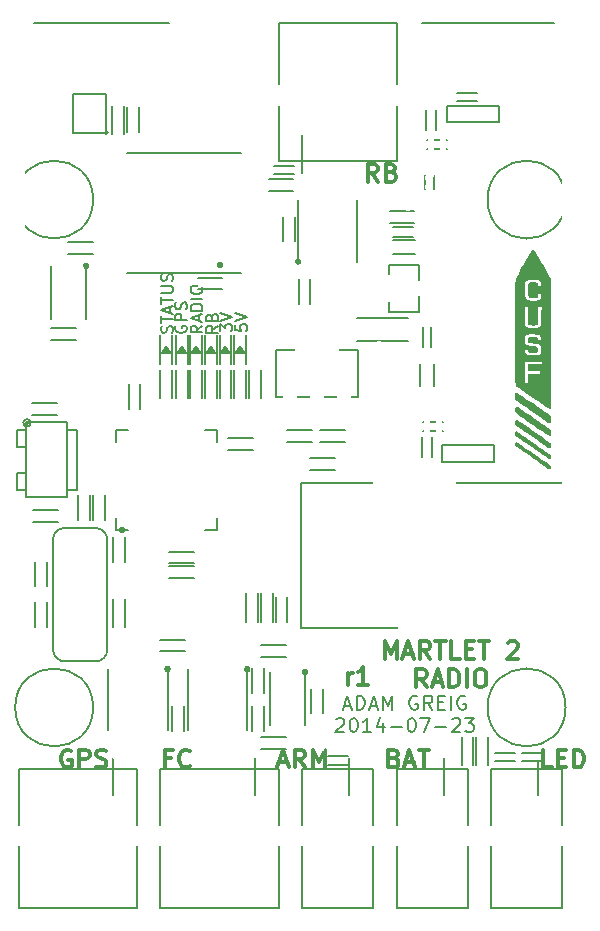
<source format=gto>
%FSLAX46Y46*%
G04 Gerber Fmt 4.6, Leading zero omitted, Abs format (unit mm)*
G04 Created by KiCad (PCBNEW (2014-jul-16 BZR unknown)-product) date Wed 23 Jul 2014 21:28:23 BST*
%MOMM*%
G01*
G04 APERTURE LIST*
%ADD10C,0.100000*%
%ADD11C,0.300000*%
%ADD12C,0.200000*%
%ADD13C,0.150000*%
%ADD14C,1.000000*%
%ADD15C,0.600000*%
%ADD16C,0.500000*%
%ADD17R,0.800000X0.700000*%
%ADD18R,0.700000X0.800000*%
%ADD19R,0.600000X0.600000*%
%ADD20R,1.200000X1.700000*%
%ADD21R,0.800000X0.800000*%
%ADD22R,0.400000X1.400000*%
%ADD23R,0.600000X2.200000*%
%ADD24R,1.800000X0.700000*%
%ADD25R,1.800000X0.800000*%
%ADD26R,0.300000X1.200000*%
%ADD27R,1.200000X0.300000*%
%ADD28R,0.640000X1.020000*%
%ADD29R,1.020000X0.640000*%
%ADD30R,0.660000X0.360000*%
%ADD31C,1.016000*%
%ADD32R,0.500000X0.600000*%
%ADD33C,1.400000*%
%ADD34C,1.500000*%
%ADD35C,1.100000*%
%ADD36R,1.300000X2.400000*%
%ADD37R,3.800000X2.400000*%
%ADD38R,0.800000X5.000000*%
%ADD39R,4.650000X5.000000*%
%ADD40R,2.286000X5.080000*%
%ADD41R,2.413000X5.080000*%
%ADD42R,1.000000X1.000000*%
%ADD43C,1.000000*%
%ADD44R,1.900000X0.900000*%
%ADD45R,1.300000X0.900000*%
%ADD46R,3.500000X1.800000*%
%ADD47C,0.300000*%
%ADD48R,0.600000X0.500000*%
%ADD49C,3.300000*%
%ADD50R,0.300000X0.300000*%
%ADD51R,0.600000X0.350000*%
%ADD52R,1.700000X1.600000*%
%ADD53R,0.350000X0.600000*%
G04 APERTURE END LIST*
D10*
D11*
X29878572Y-56078571D02*
X29878572Y-55078571D01*
X29878572Y-55364286D02*
X29950000Y-55221429D01*
X30021429Y-55150000D01*
X30164286Y-55078571D01*
X30307143Y-55078571D01*
X31592857Y-56078571D02*
X30735714Y-56078571D01*
X31164286Y-56078571D02*
X31164286Y-54578571D01*
X31021429Y-54792857D01*
X30878571Y-54935714D01*
X30735714Y-55007143D01*
D12*
X3016228Y-33900000D02*
G75*
G03X3016228Y-33900000I-316228J0D01*
G74*
G01*
X2841421Y-33900000D02*
G75*
G03X2841421Y-33900000I-141421J0D01*
G74*
G01*
D11*
X32414286Y-13478571D02*
X31914286Y-12764286D01*
X31557143Y-13478571D02*
X31557143Y-11978571D01*
X32128571Y-11978571D01*
X32271429Y-12050000D01*
X32342857Y-12121429D01*
X32414286Y-12264286D01*
X32414286Y-12478571D01*
X32342857Y-12621429D01*
X32271429Y-12692857D01*
X32128571Y-12764286D01*
X31557143Y-12764286D01*
X33557143Y-12692857D02*
X33771429Y-12764286D01*
X33842857Y-12835714D01*
X33914286Y-12978571D01*
X33914286Y-13192857D01*
X33842857Y-13335714D01*
X33771429Y-13407143D01*
X33628571Y-13478571D01*
X33057143Y-13478571D01*
X33057143Y-11978571D01*
X33557143Y-11978571D01*
X33700000Y-12050000D01*
X33771429Y-12121429D01*
X33842857Y-12264286D01*
X33842857Y-12407143D01*
X33771429Y-12550000D01*
X33700000Y-12621429D01*
X33557143Y-12692857D01*
X33057143Y-12692857D01*
D12*
X15004762Y-26276191D02*
X15052381Y-26133334D01*
X15052381Y-25895238D01*
X15004762Y-25800000D01*
X14957143Y-25752381D01*
X14861905Y-25704762D01*
X14766667Y-25704762D01*
X14671429Y-25752381D01*
X14623810Y-25800000D01*
X14576190Y-25895238D01*
X14528571Y-26085715D01*
X14480952Y-26180953D01*
X14433333Y-26228572D01*
X14338095Y-26276191D01*
X14242857Y-26276191D01*
X14147619Y-26228572D01*
X14100000Y-26180953D01*
X14052381Y-26085715D01*
X14052381Y-25847619D01*
X14100000Y-25704762D01*
X14052381Y-25419048D02*
X14052381Y-24847619D01*
X15052381Y-25133334D02*
X14052381Y-25133334D01*
X14766667Y-24561905D02*
X14766667Y-24085714D01*
X15052381Y-24657143D02*
X14052381Y-24323810D01*
X15052381Y-23990476D01*
X14052381Y-23800000D02*
X14052381Y-23228571D01*
X15052381Y-23514286D02*
X14052381Y-23514286D01*
X14052381Y-22895238D02*
X14861905Y-22895238D01*
X14957143Y-22847619D01*
X15004762Y-22800000D01*
X15052381Y-22704762D01*
X15052381Y-22514285D01*
X15004762Y-22419047D01*
X14957143Y-22371428D01*
X14861905Y-22323809D01*
X14052381Y-22323809D01*
X15004762Y-21895238D02*
X15052381Y-21752381D01*
X15052381Y-21514285D01*
X15004762Y-21419047D01*
X14957143Y-21371428D01*
X14861905Y-21323809D01*
X14766667Y-21323809D01*
X14671429Y-21371428D01*
X14623810Y-21419047D01*
X14576190Y-21514285D01*
X14528571Y-21704762D01*
X14480952Y-21800000D01*
X14433333Y-21847619D01*
X14338095Y-21895238D01*
X14242857Y-21895238D01*
X14147619Y-21847619D01*
X14100000Y-21800000D01*
X14052381Y-21704762D01*
X14052381Y-21466666D01*
X14100000Y-21323809D01*
X17552381Y-25680952D02*
X17076190Y-26014286D01*
X17552381Y-26252381D02*
X16552381Y-26252381D01*
X16552381Y-25871428D01*
X16600000Y-25776190D01*
X16647619Y-25728571D01*
X16742857Y-25680952D01*
X16885714Y-25680952D01*
X16980952Y-25728571D01*
X17028571Y-25776190D01*
X17076190Y-25871428D01*
X17076190Y-26252381D01*
X17266667Y-25300000D02*
X17266667Y-24823809D01*
X17552381Y-25395238D02*
X16552381Y-25061905D01*
X17552381Y-24728571D01*
X17552381Y-24395238D02*
X16552381Y-24395238D01*
X16552381Y-24157143D01*
X16600000Y-24014285D01*
X16695238Y-23919047D01*
X16790476Y-23871428D01*
X16980952Y-23823809D01*
X17123810Y-23823809D01*
X17314286Y-23871428D01*
X17409524Y-23919047D01*
X17504762Y-24014285D01*
X17552381Y-24157143D01*
X17552381Y-24395238D01*
X17552381Y-23395238D02*
X16552381Y-23395238D01*
X16552381Y-22728572D02*
X16552381Y-22538095D01*
X16600000Y-22442857D01*
X16695238Y-22347619D01*
X16885714Y-22300000D01*
X17219048Y-22300000D01*
X17409524Y-22347619D01*
X17504762Y-22442857D01*
X17552381Y-22538095D01*
X17552381Y-22728572D01*
X17504762Y-22823810D01*
X17409524Y-22919048D01*
X17219048Y-22966667D01*
X16885714Y-22966667D01*
X16695238Y-22919048D01*
X16600000Y-22823810D01*
X16552381Y-22728572D01*
X18852381Y-25690476D02*
X18376190Y-26023810D01*
X18852381Y-26261905D02*
X17852381Y-26261905D01*
X17852381Y-25880952D01*
X17900000Y-25785714D01*
X17947619Y-25738095D01*
X18042857Y-25690476D01*
X18185714Y-25690476D01*
X18280952Y-25738095D01*
X18328571Y-25785714D01*
X18376190Y-25880952D01*
X18376190Y-26261905D01*
X18328571Y-24928571D02*
X18376190Y-24785714D01*
X18423810Y-24738095D01*
X18519048Y-24690476D01*
X18661905Y-24690476D01*
X18757143Y-24738095D01*
X18804762Y-24785714D01*
X18852381Y-24880952D01*
X18852381Y-25261905D01*
X17852381Y-25261905D01*
X17852381Y-24928571D01*
X17900000Y-24833333D01*
X17947619Y-24785714D01*
X18042857Y-24738095D01*
X18138095Y-24738095D01*
X18233333Y-24785714D01*
X18280952Y-24833333D01*
X18328571Y-24928571D01*
X18328571Y-25261905D01*
X15300000Y-25714285D02*
X15252381Y-25809523D01*
X15252381Y-25952380D01*
X15300000Y-26095238D01*
X15395238Y-26190476D01*
X15490476Y-26238095D01*
X15680952Y-26285714D01*
X15823810Y-26285714D01*
X16014286Y-26238095D01*
X16109524Y-26190476D01*
X16204762Y-26095238D01*
X16252381Y-25952380D01*
X16252381Y-25857142D01*
X16204762Y-25714285D01*
X16157143Y-25666666D01*
X15823810Y-25666666D01*
X15823810Y-25857142D01*
X16252381Y-25238095D02*
X15252381Y-25238095D01*
X15252381Y-24857142D01*
X15300000Y-24761904D01*
X15347619Y-24714285D01*
X15442857Y-24666666D01*
X15585714Y-24666666D01*
X15680952Y-24714285D01*
X15728571Y-24761904D01*
X15776190Y-24857142D01*
X15776190Y-25238095D01*
X16204762Y-24285714D02*
X16252381Y-24142857D01*
X16252381Y-23904761D01*
X16204762Y-23809523D01*
X16157143Y-23761904D01*
X16061905Y-23714285D01*
X15966667Y-23714285D01*
X15871429Y-23761904D01*
X15823810Y-23809523D01*
X15776190Y-23904761D01*
X15728571Y-24095238D01*
X15680952Y-24190476D01*
X15633333Y-24238095D01*
X15538095Y-24285714D01*
X15442857Y-24285714D01*
X15347619Y-24238095D01*
X15300000Y-24190476D01*
X15252381Y-24095238D01*
X15252381Y-23857142D01*
X15300000Y-23714285D01*
X19052381Y-26161905D02*
X19052381Y-25542857D01*
X19433333Y-25876191D01*
X19433333Y-25733333D01*
X19480952Y-25638095D01*
X19528571Y-25590476D01*
X19623810Y-25542857D01*
X19861905Y-25542857D01*
X19957143Y-25590476D01*
X20004762Y-25638095D01*
X20052381Y-25733333D01*
X20052381Y-26019048D01*
X20004762Y-26114286D01*
X19957143Y-26161905D01*
X19052381Y-25257143D02*
X20052381Y-24923810D01*
X19052381Y-24590476D01*
X20352381Y-25590476D02*
X20352381Y-26066667D01*
X20828571Y-26114286D01*
X20780952Y-26066667D01*
X20733333Y-25971429D01*
X20733333Y-25733333D01*
X20780952Y-25638095D01*
X20828571Y-25590476D01*
X20923810Y-25542857D01*
X21161905Y-25542857D01*
X21257143Y-25590476D01*
X21304762Y-25638095D01*
X21352381Y-25733333D01*
X21352381Y-25971429D01*
X21304762Y-26066667D01*
X21257143Y-26114286D01*
X20352381Y-25257143D02*
X21352381Y-24923810D01*
X20352381Y-24590476D01*
D11*
X47135715Y-63078571D02*
X46421429Y-63078571D01*
X46421429Y-61578571D01*
X47635715Y-62292857D02*
X48135715Y-62292857D01*
X48350001Y-63078571D02*
X47635715Y-63078571D01*
X47635715Y-61578571D01*
X48350001Y-61578571D01*
X48992858Y-63078571D02*
X48992858Y-61578571D01*
X49350001Y-61578571D01*
X49564286Y-61650000D01*
X49707144Y-61792857D01*
X49778572Y-61935714D01*
X49850001Y-62221429D01*
X49850001Y-62435714D01*
X49778572Y-62721429D01*
X49707144Y-62864286D01*
X49564286Y-63007143D01*
X49350001Y-63078571D01*
X48992858Y-63078571D01*
X33792858Y-62292857D02*
X34007144Y-62364286D01*
X34078572Y-62435714D01*
X34150001Y-62578571D01*
X34150001Y-62792857D01*
X34078572Y-62935714D01*
X34007144Y-63007143D01*
X33864286Y-63078571D01*
X33292858Y-63078571D01*
X33292858Y-61578571D01*
X33792858Y-61578571D01*
X33935715Y-61650000D01*
X34007144Y-61721429D01*
X34078572Y-61864286D01*
X34078572Y-62007143D01*
X34007144Y-62150000D01*
X33935715Y-62221429D01*
X33792858Y-62292857D01*
X33292858Y-62292857D01*
X34721429Y-62650000D02*
X35435715Y-62650000D01*
X34578572Y-63078571D02*
X35078572Y-61578571D01*
X35578572Y-63078571D01*
X35864286Y-61578571D02*
X36721429Y-61578571D01*
X36292858Y-63078571D02*
X36292858Y-61578571D01*
X24035714Y-62650000D02*
X24750000Y-62650000D01*
X23892857Y-63078571D02*
X24392857Y-61578571D01*
X24892857Y-63078571D01*
X26250000Y-63078571D02*
X25750000Y-62364286D01*
X25392857Y-63078571D02*
X25392857Y-61578571D01*
X25964285Y-61578571D01*
X26107143Y-61650000D01*
X26178571Y-61721429D01*
X26250000Y-61864286D01*
X26250000Y-62078571D01*
X26178571Y-62221429D01*
X26107143Y-62292857D01*
X25964285Y-62364286D01*
X25392857Y-62364286D01*
X26892857Y-63078571D02*
X26892857Y-61578571D01*
X27392857Y-62650000D01*
X27892857Y-61578571D01*
X27892857Y-63078571D01*
X14864286Y-62292857D02*
X14364286Y-62292857D01*
X14364286Y-63078571D02*
X14364286Y-61578571D01*
X15078572Y-61578571D01*
X16507143Y-62935714D02*
X16435714Y-63007143D01*
X16221428Y-63078571D01*
X16078571Y-63078571D01*
X15864286Y-63007143D01*
X15721428Y-62864286D01*
X15650000Y-62721429D01*
X15578571Y-62435714D01*
X15578571Y-62221429D01*
X15650000Y-61935714D01*
X15721428Y-61792857D01*
X15864286Y-61650000D01*
X16078571Y-61578571D01*
X16221428Y-61578571D01*
X16435714Y-61650000D01*
X16507143Y-61721429D01*
X6428572Y-61650000D02*
X6285715Y-61578571D01*
X6071429Y-61578571D01*
X5857144Y-61650000D01*
X5714286Y-61792857D01*
X5642858Y-61935714D01*
X5571429Y-62221429D01*
X5571429Y-62435714D01*
X5642858Y-62721429D01*
X5714286Y-62864286D01*
X5857144Y-63007143D01*
X6071429Y-63078571D01*
X6214286Y-63078571D01*
X6428572Y-63007143D01*
X6500001Y-62935714D01*
X6500001Y-62435714D01*
X6214286Y-62435714D01*
X7142858Y-63078571D02*
X7142858Y-61578571D01*
X7714286Y-61578571D01*
X7857144Y-61650000D01*
X7928572Y-61721429D01*
X8000001Y-61864286D01*
X8000001Y-62078571D01*
X7928572Y-62221429D01*
X7857144Y-62292857D01*
X7714286Y-62364286D01*
X7142858Y-62364286D01*
X8571429Y-63007143D02*
X8785715Y-63078571D01*
X9142858Y-63078571D01*
X9285715Y-63007143D01*
X9357144Y-62935714D01*
X9428572Y-62792857D01*
X9428572Y-62650000D01*
X9357144Y-62507143D01*
X9285715Y-62435714D01*
X9142858Y-62364286D01*
X8857144Y-62292857D01*
X8714286Y-62221429D01*
X8642858Y-62150000D01*
X8571429Y-62007143D01*
X8571429Y-61864286D01*
X8642858Y-61721429D01*
X8714286Y-61650000D01*
X8857144Y-61578571D01*
X9214286Y-61578571D01*
X9428572Y-61650000D01*
D12*
X29528571Y-57860000D02*
X30100000Y-57860000D01*
X29414286Y-58202857D02*
X29814286Y-57002857D01*
X30214286Y-58202857D01*
X30614285Y-58202857D02*
X30614285Y-57002857D01*
X30900000Y-57002857D01*
X31071428Y-57060000D01*
X31185714Y-57174286D01*
X31242857Y-57288571D01*
X31300000Y-57517143D01*
X31300000Y-57688571D01*
X31242857Y-57917143D01*
X31185714Y-58031429D01*
X31071428Y-58145714D01*
X30900000Y-58202857D01*
X30614285Y-58202857D01*
X31757142Y-57860000D02*
X32328571Y-57860000D01*
X31642857Y-58202857D02*
X32042857Y-57002857D01*
X32442857Y-58202857D01*
X32842856Y-58202857D02*
X32842856Y-57002857D01*
X33242856Y-57860000D01*
X33642856Y-57002857D01*
X33642856Y-58202857D01*
X35757143Y-57060000D02*
X35642857Y-57002857D01*
X35471428Y-57002857D01*
X35300000Y-57060000D01*
X35185714Y-57174286D01*
X35128571Y-57288571D01*
X35071428Y-57517143D01*
X35071428Y-57688571D01*
X35128571Y-57917143D01*
X35185714Y-58031429D01*
X35300000Y-58145714D01*
X35471428Y-58202857D01*
X35585714Y-58202857D01*
X35757143Y-58145714D01*
X35814286Y-58088571D01*
X35814286Y-57688571D01*
X35585714Y-57688571D01*
X37014286Y-58202857D02*
X36614286Y-57631429D01*
X36328571Y-58202857D02*
X36328571Y-57002857D01*
X36785714Y-57002857D01*
X36900000Y-57060000D01*
X36957143Y-57117143D01*
X37014286Y-57231429D01*
X37014286Y-57402857D01*
X36957143Y-57517143D01*
X36900000Y-57574286D01*
X36785714Y-57631429D01*
X36328571Y-57631429D01*
X37528571Y-57574286D02*
X37928571Y-57574286D01*
X38100000Y-58202857D02*
X37528571Y-58202857D01*
X37528571Y-57002857D01*
X38100000Y-57002857D01*
X38614285Y-58202857D02*
X38614285Y-57002857D01*
X39814286Y-57060000D02*
X39700000Y-57002857D01*
X39528571Y-57002857D01*
X39357143Y-57060000D01*
X39242857Y-57174286D01*
X39185714Y-57288571D01*
X39128571Y-57517143D01*
X39128571Y-57688571D01*
X39185714Y-57917143D01*
X39242857Y-58031429D01*
X39357143Y-58145714D01*
X39528571Y-58202857D01*
X39642857Y-58202857D01*
X39814286Y-58145714D01*
X39871429Y-58088571D01*
X39871429Y-57688571D01*
X39642857Y-57688571D01*
X28871429Y-58997143D02*
X28928572Y-58940000D01*
X29042858Y-58882857D01*
X29328572Y-58882857D01*
X29442858Y-58940000D01*
X29500001Y-58997143D01*
X29557144Y-59111429D01*
X29557144Y-59225714D01*
X29500001Y-59397143D01*
X28814287Y-60082857D01*
X29557144Y-60082857D01*
X30300001Y-58882857D02*
X30414286Y-58882857D01*
X30528572Y-58940000D01*
X30585715Y-58997143D01*
X30642858Y-59111429D01*
X30700001Y-59340000D01*
X30700001Y-59625714D01*
X30642858Y-59854286D01*
X30585715Y-59968571D01*
X30528572Y-60025714D01*
X30414286Y-60082857D01*
X30300001Y-60082857D01*
X30185715Y-60025714D01*
X30128572Y-59968571D01*
X30071429Y-59854286D01*
X30014286Y-59625714D01*
X30014286Y-59340000D01*
X30071429Y-59111429D01*
X30128572Y-58997143D01*
X30185715Y-58940000D01*
X30300001Y-58882857D01*
X31842858Y-60082857D02*
X31157143Y-60082857D01*
X31500001Y-60082857D02*
X31500001Y-58882857D01*
X31385715Y-59054286D01*
X31271429Y-59168571D01*
X31157143Y-59225714D01*
X32871429Y-59282857D02*
X32871429Y-60082857D01*
X32585715Y-58825714D02*
X32300000Y-59682857D01*
X33042858Y-59682857D01*
X33500000Y-59625714D02*
X34414286Y-59625714D01*
X35214286Y-58882857D02*
X35328571Y-58882857D01*
X35442857Y-58940000D01*
X35500000Y-58997143D01*
X35557143Y-59111429D01*
X35614286Y-59340000D01*
X35614286Y-59625714D01*
X35557143Y-59854286D01*
X35500000Y-59968571D01*
X35442857Y-60025714D01*
X35328571Y-60082857D01*
X35214286Y-60082857D01*
X35100000Y-60025714D01*
X35042857Y-59968571D01*
X34985714Y-59854286D01*
X34928571Y-59625714D01*
X34928571Y-59340000D01*
X34985714Y-59111429D01*
X35042857Y-58997143D01*
X35100000Y-58940000D01*
X35214286Y-58882857D01*
X36014286Y-58882857D02*
X36814286Y-58882857D01*
X36300000Y-60082857D01*
X37271428Y-59625714D02*
X38185714Y-59625714D01*
X38699999Y-58997143D02*
X38757142Y-58940000D01*
X38871428Y-58882857D01*
X39157142Y-58882857D01*
X39271428Y-58940000D01*
X39328571Y-58997143D01*
X39385714Y-59111429D01*
X39385714Y-59225714D01*
X39328571Y-59397143D01*
X38642857Y-60082857D01*
X39385714Y-60082857D01*
X39785714Y-58882857D02*
X40528571Y-58882857D01*
X40128571Y-59340000D01*
X40299999Y-59340000D01*
X40414285Y-59397143D01*
X40471428Y-59454286D01*
X40528571Y-59568571D01*
X40528571Y-59854286D01*
X40471428Y-59968571D01*
X40414285Y-60025714D01*
X40299999Y-60082857D01*
X39957142Y-60082857D01*
X39842856Y-60025714D01*
X39785714Y-59968571D01*
D11*
X32992858Y-53878571D02*
X32992858Y-52378571D01*
X33492858Y-53450000D01*
X33992858Y-52378571D01*
X33992858Y-53878571D01*
X34635715Y-53450000D02*
X35350001Y-53450000D01*
X34492858Y-53878571D02*
X34992858Y-52378571D01*
X35492858Y-53878571D01*
X36850001Y-53878571D02*
X36350001Y-53164286D01*
X35992858Y-53878571D02*
X35992858Y-52378571D01*
X36564286Y-52378571D01*
X36707144Y-52450000D01*
X36778572Y-52521429D01*
X36850001Y-52664286D01*
X36850001Y-52878571D01*
X36778572Y-53021429D01*
X36707144Y-53092857D01*
X36564286Y-53164286D01*
X35992858Y-53164286D01*
X37278572Y-52378571D02*
X38135715Y-52378571D01*
X37707144Y-53878571D02*
X37707144Y-52378571D01*
X39350001Y-53878571D02*
X38635715Y-53878571D01*
X38635715Y-52378571D01*
X39850001Y-53092857D02*
X40350001Y-53092857D01*
X40564287Y-53878571D02*
X39850001Y-53878571D01*
X39850001Y-52378571D01*
X40564287Y-52378571D01*
X40992858Y-52378571D02*
X41850001Y-52378571D01*
X41421430Y-53878571D02*
X41421430Y-52378571D01*
X43421429Y-52521429D02*
X43492858Y-52450000D01*
X43635715Y-52378571D01*
X43992858Y-52378571D01*
X44135715Y-52450000D01*
X44207144Y-52521429D01*
X44278572Y-52664286D01*
X44278572Y-52807143D01*
X44207144Y-53021429D01*
X43350001Y-53878571D01*
X44278572Y-53878571D01*
X36528572Y-56278571D02*
X36028572Y-55564286D01*
X35671429Y-56278571D02*
X35671429Y-54778571D01*
X36242857Y-54778571D01*
X36385715Y-54850000D01*
X36457143Y-54921429D01*
X36528572Y-55064286D01*
X36528572Y-55278571D01*
X36457143Y-55421429D01*
X36385715Y-55492857D01*
X36242857Y-55564286D01*
X35671429Y-55564286D01*
X37100000Y-55850000D02*
X37814286Y-55850000D01*
X36957143Y-56278571D02*
X37457143Y-54778571D01*
X37957143Y-56278571D01*
X38457143Y-56278571D02*
X38457143Y-54778571D01*
X38814286Y-54778571D01*
X39028571Y-54850000D01*
X39171429Y-54992857D01*
X39242857Y-55135714D01*
X39314286Y-55421429D01*
X39314286Y-55635714D01*
X39242857Y-55921429D01*
X39171429Y-56064286D01*
X39028571Y-56207143D01*
X38814286Y-56278571D01*
X38457143Y-56278571D01*
X39957143Y-56278571D02*
X39957143Y-54778571D01*
X40957143Y-54778571D02*
X41242857Y-54778571D01*
X41385715Y-54850000D01*
X41528572Y-54992857D01*
X41600000Y-55278571D01*
X41600000Y-55778571D01*
X41528572Y-56064286D01*
X41385715Y-56207143D01*
X41242857Y-56278571D01*
X40957143Y-56278571D01*
X40814286Y-56207143D01*
X40671429Y-56064286D01*
X40600000Y-55778571D01*
X40600000Y-55278571D01*
X40671429Y-54992857D01*
X40814286Y-54850000D01*
X40957143Y-54778571D01*
D13*
X15000000Y-60000000D02*
X15000000Y-57900000D01*
X16000000Y-57900000D02*
X16000000Y-60000000D01*
X21750000Y-60000000D02*
X21750000Y-57900000D01*
X22750000Y-57900000D02*
X22750000Y-60000000D01*
X25400000Y-16450000D02*
X25400000Y-18550000D01*
X24400000Y-18550000D02*
X24400000Y-16450000D01*
X25250000Y-14250000D02*
X23150000Y-14250000D01*
X23150000Y-13250000D02*
X25250000Y-13250000D01*
X14000000Y-52250000D02*
X16100000Y-52250000D01*
X16100000Y-53250000D02*
X14000000Y-53250000D01*
X21750000Y-56750000D02*
X21750000Y-54650000D01*
X22750000Y-54650000D02*
X22750000Y-56750000D01*
X22500000Y-60500000D02*
X24600000Y-60500000D01*
X24600000Y-61500000D02*
X22500000Y-61500000D01*
X22500000Y-52750000D02*
X24600000Y-52750000D01*
X24600000Y-53750000D02*
X22500000Y-53750000D01*
X27500000Y-34500000D02*
X29600000Y-34500000D01*
X29600000Y-35500000D02*
X27500000Y-35500000D01*
X24750000Y-34500000D02*
X26850000Y-34500000D01*
X26850000Y-35500000D02*
X24750000Y-35500000D01*
X25700000Y-23850000D02*
X25700000Y-21750000D01*
X26700000Y-21750000D02*
X26700000Y-23850000D01*
X26750000Y-58500000D02*
X26750000Y-56400000D01*
X27750000Y-56400000D02*
X27750000Y-58500000D01*
X23750000Y-50750000D02*
X23750000Y-48650000D01*
X24750000Y-48650000D02*
X24750000Y-50750000D01*
X3150000Y-32200000D02*
X5250000Y-32200000D01*
X5250000Y-33200000D02*
X3150000Y-33200000D01*
X28750000Y-37900000D02*
X26650000Y-37900000D01*
X26650000Y-36900000D02*
X28750000Y-36900000D01*
X33650000Y-18150000D02*
X35350000Y-18150000D01*
X33650000Y-17350000D02*
X35350000Y-17350000D01*
X35500000Y-17000000D02*
X33400000Y-17000000D01*
X33400000Y-16000000D02*
X35500000Y-16000000D01*
X30650000Y-27000000D02*
X34950000Y-27000000D01*
X30650000Y-25000000D02*
X34950000Y-25000000D01*
X36170000Y-35100000D02*
X36170000Y-36800000D01*
X36970000Y-35100000D02*
X36970000Y-36800000D01*
X37300000Y-9100000D02*
X37300000Y-7400000D01*
X36500000Y-9100000D02*
X36500000Y-7400000D01*
X37950000Y-33800000D02*
X36250000Y-33800000D01*
X37950000Y-34600000D02*
X36250000Y-34600000D01*
X38250000Y-9930000D02*
X36550000Y-9930000D01*
X38250000Y-10730000D02*
X36550000Y-10730000D01*
X8000000Y-40050000D02*
X8000000Y-42150000D01*
X7000000Y-42150000D02*
X7000000Y-40050000D01*
X10000000Y-45650000D02*
X10000000Y-43550000D01*
X11000000Y-43550000D02*
X11000000Y-45650000D01*
X9300000Y-40050000D02*
X9300000Y-42150000D01*
X8300000Y-42150000D02*
X8300000Y-40050000D01*
X21850000Y-36200000D02*
X19750000Y-36200000D01*
X19750000Y-35200000D02*
X21850000Y-35200000D01*
X12300000Y-30650000D02*
X12300000Y-32750000D01*
X11300000Y-32750000D02*
X11300000Y-30650000D01*
X14750000Y-46000000D02*
X16850000Y-46000000D01*
X16850000Y-47000000D02*
X14750000Y-47000000D01*
X14750000Y-44800000D02*
X16850000Y-44800000D01*
X16850000Y-45800000D02*
X14750000Y-45800000D01*
X19250000Y-22600000D02*
X17150000Y-22600000D01*
X17150000Y-21600000D02*
X19250000Y-21600000D01*
X12200000Y-7200000D02*
X12200000Y-9300000D01*
X11200000Y-9300000D02*
X11200000Y-7200000D01*
X6150000Y-18600000D02*
X8250000Y-18600000D01*
X8250000Y-19600000D02*
X6150000Y-19600000D01*
X4750000Y-25900000D02*
X6850000Y-25900000D01*
X6850000Y-26900000D02*
X4750000Y-26900000D01*
X3250000Y-41300000D02*
X5350000Y-41300000D01*
X5350000Y-42300000D02*
X3250000Y-42300000D01*
X3400000Y-47750000D02*
X3400000Y-45650000D01*
X4400000Y-45650000D02*
X4400000Y-47750000D01*
X4400000Y-49050000D02*
X4400000Y-51150000D01*
X3400000Y-51150000D02*
X3400000Y-49050000D01*
X20000000Y-28950000D02*
X20000000Y-26450000D01*
X19000000Y-28950000D02*
X19000000Y-26450000D01*
X19700000Y-27750000D02*
X19700000Y-27850000D01*
X19600000Y-27650000D02*
X19600000Y-27850000D01*
X19300000Y-27750000D02*
X19300000Y-27850000D01*
X19400000Y-27650000D02*
X19400000Y-27850000D01*
X19500000Y-27550000D02*
X19500000Y-27850000D01*
X19100000Y-27950000D02*
X19500000Y-27450000D01*
X19500000Y-27450000D02*
X19900000Y-27950000D01*
X19900000Y-27950000D02*
X19100000Y-27950000D01*
X21250000Y-28950000D02*
X21250000Y-26450000D01*
X20250000Y-28950000D02*
X20250000Y-26450000D01*
X20950000Y-27750000D02*
X20950000Y-27850000D01*
X20850000Y-27650000D02*
X20850000Y-27850000D01*
X20550000Y-27750000D02*
X20550000Y-27850000D01*
X20650000Y-27650000D02*
X20650000Y-27850000D01*
X20750000Y-27550000D02*
X20750000Y-27850000D01*
X20350000Y-27950000D02*
X20750000Y-27450000D01*
X20750000Y-27450000D02*
X21150000Y-27950000D01*
X21150000Y-27950000D02*
X20350000Y-27950000D01*
X18750000Y-28950000D02*
X18750000Y-26450000D01*
X17750000Y-28950000D02*
X17750000Y-26450000D01*
X18450000Y-27750000D02*
X18450000Y-27850000D01*
X18350000Y-27650000D02*
X18350000Y-27850000D01*
X18050000Y-27750000D02*
X18050000Y-27850000D01*
X18150000Y-27650000D02*
X18150000Y-27850000D01*
X18250000Y-27550000D02*
X18250000Y-27850000D01*
X17850000Y-27950000D02*
X18250000Y-27450000D01*
X18250000Y-27450000D02*
X18650000Y-27950000D01*
X18650000Y-27950000D02*
X17850000Y-27950000D01*
X16300000Y-28950000D02*
X16300000Y-26450000D01*
X15300000Y-28950000D02*
X15300000Y-26450000D01*
X16000000Y-27750000D02*
X16000000Y-27850000D01*
X15900000Y-27650000D02*
X15900000Y-27850000D01*
X15600000Y-27750000D02*
X15600000Y-27850000D01*
X15700000Y-27650000D02*
X15700000Y-27850000D01*
X15800000Y-27550000D02*
X15800000Y-27850000D01*
X15400000Y-27950000D02*
X15800000Y-27450000D01*
X15800000Y-27450000D02*
X16200000Y-27950000D01*
X16200000Y-27950000D02*
X15400000Y-27950000D01*
X17500000Y-28950000D02*
X17500000Y-26450000D01*
X16500000Y-28950000D02*
X16500000Y-26450000D01*
X17200000Y-27750000D02*
X17200000Y-27850000D01*
X17100000Y-27650000D02*
X17100000Y-27850000D01*
X16800000Y-27750000D02*
X16800000Y-27850000D01*
X16900000Y-27650000D02*
X16900000Y-27850000D01*
X17000000Y-27550000D02*
X17000000Y-27850000D01*
X16600000Y-27950000D02*
X17000000Y-27450000D01*
X17000000Y-27450000D02*
X17400000Y-27950000D01*
X17400000Y-27950000D02*
X16600000Y-27950000D01*
X15000000Y-28950000D02*
X15000000Y-26450000D01*
X14000000Y-28950000D02*
X14000000Y-26450000D01*
X14700000Y-27750000D02*
X14700000Y-27850000D01*
X14600000Y-27650000D02*
X14600000Y-27850000D01*
X14300000Y-27750000D02*
X14300000Y-27850000D01*
X14400000Y-27650000D02*
X14400000Y-27850000D01*
X14500000Y-27550000D02*
X14500000Y-27850000D01*
X14100000Y-27950000D02*
X14500000Y-27450000D01*
X14500000Y-27450000D02*
X14900000Y-27950000D01*
X14900000Y-27950000D02*
X14100000Y-27950000D01*
X26450000Y-55000000D02*
G75*
G03X26450000Y-55000000I-200000J0D01*
G74*
G01*
X26350000Y-55000000D02*
G75*
G03X26350000Y-55000000I-100000J0D01*
G74*
G01*
X23250000Y-55000000D02*
X23250000Y-59500000D01*
X26250000Y-55000000D02*
X26250000Y-59500000D01*
X21550000Y-54750000D02*
G75*
G03X21550000Y-54750000I-200000J0D01*
G74*
G01*
X21450000Y-54750000D02*
G75*
G03X21450000Y-54750000I-100000J0D01*
G74*
G01*
X16350000Y-54750000D02*
X16350000Y-59950000D01*
X21350000Y-54750000D02*
X21350000Y-59950000D01*
X14800000Y-54750000D02*
G75*
G03X14800000Y-54750000I-200000J0D01*
G74*
G01*
X14700000Y-54750000D02*
G75*
G03X14700000Y-54750000I-100000J0D01*
G74*
G01*
X9600000Y-54750000D02*
X9600000Y-59950000D01*
X14600000Y-54750000D02*
X14600000Y-59950000D01*
X25850000Y-20250000D02*
G75*
G03X25850000Y-20250000I-200000J0D01*
G74*
G01*
X25750000Y-20250000D02*
G75*
G03X25750000Y-20250000I-100000J0D01*
G74*
G01*
X30650000Y-20250000D02*
X30650000Y-15050000D01*
X25650000Y-20250000D02*
X25650000Y-15050000D01*
X48500000Y-39000000D02*
X48500000Y-51300000D01*
X48500000Y-51300000D02*
X25900000Y-51300000D01*
X25900000Y-51300000D02*
X25900000Y-39000000D01*
X25900000Y-39000000D02*
X48500000Y-39000000D01*
X19250000Y-20550000D02*
G75*
G03X19250000Y-20550000I-200000J0D01*
G74*
G01*
X19150000Y-20550000D02*
G75*
G03X19150000Y-20550000I-100000J0D01*
G74*
G01*
X11150000Y-11050000D02*
X20850000Y-11050000D01*
X11150000Y-21250000D02*
X20850000Y-21250000D01*
X10950000Y-43000000D02*
G75*
G03X10950000Y-43000000I-200000J0D01*
G74*
G01*
X10850000Y-43000000D02*
G75*
G03X10850000Y-43000000I-100000J0D01*
G74*
G01*
X11250000Y-34500000D02*
X10250000Y-34500000D01*
X10250000Y-34500000D02*
X10250000Y-35500000D01*
X17750000Y-34500000D02*
X18750000Y-34500000D01*
X18750000Y-34500000D02*
X18750000Y-35500000D01*
X17750000Y-43000000D02*
X18750000Y-43000000D01*
X18750000Y-43000000D02*
X18750000Y-42000000D01*
X10250000Y-42000000D02*
X10250000Y-43000000D01*
X10250000Y-43000000D02*
X11250000Y-43000000D01*
X7900000Y-20600000D02*
G75*
G03X7900000Y-20600000I-200000J0D01*
G74*
G01*
X7800000Y-20600000D02*
G75*
G03X7800000Y-20600000I-100000J0D01*
G74*
G01*
X4700000Y-20600000D02*
X4700000Y-25100000D01*
X7700000Y-20600000D02*
X7700000Y-25100000D01*
X35550000Y-18400000D02*
X33650000Y-18400000D01*
X35550000Y-19600000D02*
X33650000Y-19600000D01*
X35980000Y-28910000D02*
X35980000Y-30810000D01*
X37180000Y-28910000D02*
X37180000Y-30810000D01*
X36360000Y-12940000D02*
X36360000Y-14140000D01*
X37160000Y-12940000D02*
X37160000Y-14140000D01*
X2650500Y-39580000D02*
X1825000Y-39580000D01*
X1825000Y-39580000D02*
X1825000Y-38119500D01*
X1825000Y-38119500D02*
X2650500Y-38119500D01*
X2650500Y-34500000D02*
X1825000Y-34500000D01*
X1825000Y-34500000D02*
X1825000Y-35960500D01*
X1825000Y-35960500D02*
X2650500Y-35960500D01*
X6079500Y-34500000D02*
X6905000Y-34500000D01*
X6905000Y-34500000D02*
X6905000Y-39580000D01*
X6905000Y-39580000D02*
X6079500Y-39580000D01*
X6079500Y-37040000D02*
X6079500Y-40215000D01*
X6079500Y-40215000D02*
X2650500Y-40215000D01*
X2650500Y-40215000D02*
X2650500Y-33865000D01*
X2650500Y-33865000D02*
X6079500Y-33865000D01*
X6079500Y-33865000D02*
X6079500Y-37040000D01*
X21250000Y-48350000D02*
X21250000Y-50750000D01*
X22250000Y-48350000D02*
X22250000Y-50750000D01*
X22500000Y-48350000D02*
X22500000Y-50750000D01*
X23500000Y-48350000D02*
X23500000Y-50750000D01*
X36230000Y-25810000D02*
X36230000Y-27510000D01*
X36930000Y-25810000D02*
X36930000Y-27510000D01*
X41750000Y-62900000D02*
X41750000Y-60500000D01*
X40750000Y-62900000D02*
X40750000Y-60500000D01*
X40500000Y-62900000D02*
X40500000Y-60500000D01*
X39500000Y-62900000D02*
X39500000Y-60500000D01*
X10900000Y-9450000D02*
X10900000Y-7050000D01*
X9900000Y-9450000D02*
X9900000Y-7050000D01*
X20250000Y-29400000D02*
X20250000Y-31800000D01*
X21250000Y-29400000D02*
X21250000Y-31800000D01*
X19000000Y-29400000D02*
X19000000Y-31800000D01*
X20000000Y-29400000D02*
X20000000Y-31800000D01*
X21500000Y-29400000D02*
X21500000Y-31800000D01*
X22500000Y-29400000D02*
X22500000Y-31800000D01*
X17750000Y-29400000D02*
X17750000Y-31800000D01*
X18750000Y-29400000D02*
X18750000Y-31800000D01*
X15300000Y-29400000D02*
X15300000Y-31800000D01*
X16300000Y-29400000D02*
X16300000Y-31800000D01*
X16500000Y-29400000D02*
X16500000Y-31800000D01*
X17500000Y-29400000D02*
X17500000Y-31800000D01*
X14000000Y-29400000D02*
X14000000Y-31800000D01*
X15000000Y-29400000D02*
X15000000Y-31800000D01*
X11000000Y-51200000D02*
X11000000Y-48800000D01*
X10000000Y-51200000D02*
X10000000Y-48800000D01*
X4900000Y-43800000D02*
X4900000Y-53100000D01*
X8500000Y-42800000D02*
X5900000Y-42800000D01*
X8500000Y-54100000D02*
X5900000Y-54100000D01*
X9500000Y-43800000D02*
X9500000Y-53100000D01*
X4900000Y-53100000D02*
G75*
G03X5900000Y-54100000I1000000J0D01*
G74*
G01*
X8500000Y-54100000D02*
G75*
G03X9500000Y-53100000I0J1000000D01*
G74*
G01*
X5900000Y-42800000D02*
G75*
G03X4900000Y-43800000I0J-1000000D01*
G74*
G01*
X9500000Y-43800000D02*
G75*
G03X8500000Y-42800000I-1000000J0D01*
G74*
G01*
D12*
X26000000Y-9550000D02*
X26000000Y-12750000D01*
X34000000Y-50000D02*
X24000000Y-50000D01*
X34000000Y-5250000D02*
X34000000Y-50000D01*
X34000000Y-11750000D02*
X34000000Y-7050000D01*
X24000000Y-11750000D02*
X34000000Y-11750000D01*
X24000000Y-7050000D02*
X24000000Y-11750000D01*
X24000000Y-50000D02*
X24000000Y-5250000D01*
X10000000Y-65450000D02*
X10000000Y-62250000D01*
X2000000Y-74950000D02*
X12000000Y-74950000D01*
X2000000Y-69750000D02*
X2000000Y-74950000D01*
X2000000Y-63250000D02*
X2000000Y-67950000D01*
X12000000Y-63250000D02*
X2000000Y-63250000D01*
X12000000Y-67950000D02*
X12000000Y-63250000D01*
X12000000Y-74950000D02*
X12000000Y-69750000D01*
X22000000Y-65450000D02*
X22000000Y-62250000D01*
X14000000Y-74950000D02*
X24000000Y-74950000D01*
X14000000Y-69750000D02*
X14000000Y-74950000D01*
X14000000Y-63250000D02*
X14000000Y-67950000D01*
X24000000Y-63250000D02*
X14000000Y-63250000D01*
X24000000Y-67950000D02*
X24000000Y-63250000D01*
X24000000Y-74950000D02*
X24000000Y-69750000D01*
X46000000Y-65450000D02*
X46000000Y-62250000D01*
X42000000Y-74950000D02*
X48000000Y-74950000D01*
X42000000Y-69750000D02*
X42000000Y-74950000D01*
X42000000Y-63250000D02*
X42000000Y-67950000D01*
X48000000Y-63250000D02*
X42000000Y-63250000D01*
X48000000Y-67950000D02*
X48000000Y-63250000D01*
X48000000Y-74950000D02*
X48000000Y-69750000D01*
X30000000Y-65450000D02*
X30000000Y-62250000D01*
X26000000Y-74950000D02*
X32000000Y-74950000D01*
X26000000Y-69750000D02*
X26000000Y-74950000D01*
X26000000Y-63250000D02*
X26000000Y-67950000D01*
X32000000Y-63250000D02*
X26000000Y-63250000D01*
X32000000Y-67950000D02*
X32000000Y-63250000D01*
X32000000Y-74950000D02*
X32000000Y-69750000D01*
X38000000Y-65450000D02*
X38000000Y-62250000D01*
X34000000Y-74950000D02*
X40000000Y-74950000D01*
X34000000Y-69750000D02*
X34000000Y-74950000D01*
X34000000Y-63250000D02*
X34000000Y-67950000D01*
X40000000Y-63250000D02*
X34000000Y-63250000D01*
X40000000Y-67950000D02*
X40000000Y-63250000D01*
X40000000Y-74950000D02*
X40000000Y-69750000D01*
D13*
X23750000Y-31750000D02*
X23750000Y-27750000D01*
X23750000Y-27750000D02*
X30750000Y-27750000D01*
X30750000Y-27750000D02*
X30750000Y-31750000D01*
X30750000Y-31750000D02*
X23750000Y-31750000D01*
D10*
G36*
X46992250Y-37677520D02*
X46983287Y-37744669D01*
X46947068Y-37767469D01*
X46920812Y-37768108D01*
X46881477Y-37749778D01*
X46795504Y-37698255D01*
X46668106Y-37617006D01*
X46504494Y-37509499D01*
X46309879Y-37379202D01*
X46089473Y-37229583D01*
X45848487Y-37064107D01*
X45592133Y-36886244D01*
X45525068Y-36839421D01*
X45264574Y-36656916D01*
X45017905Y-36483332D01*
X44790364Y-36322454D01*
X44587252Y-36178063D01*
X44413868Y-36053945D01*
X44275515Y-35953882D01*
X44177492Y-35881657D01*
X44125101Y-35841055D01*
X44120131Y-35836653D01*
X44052215Y-35734568D01*
X44039500Y-35654090D01*
X44049215Y-35576354D01*
X44084870Y-35551669D01*
X44156227Y-35575112D01*
X44175923Y-35585293D01*
X44228400Y-35617623D01*
X44325069Y-35681425D01*
X44459821Y-35772424D01*
X44626542Y-35886343D01*
X44819121Y-36018907D01*
X45031445Y-36165840D01*
X45257401Y-36322865D01*
X45490879Y-36485707D01*
X45725765Y-36650089D01*
X45955948Y-36811736D01*
X46175315Y-36966372D01*
X46377754Y-37109720D01*
X46557153Y-37237506D01*
X46707400Y-37345451D01*
X46822383Y-37429282D01*
X46895988Y-37484721D01*
X46920812Y-37505577D01*
X46973309Y-37592618D01*
X46992250Y-37677520D01*
X46992250Y-37677520D01*
X46992250Y-37677520D01*
G37*
X46992250Y-37677520D02*
X46983287Y-37744669D01*
X46947068Y-37767469D01*
X46920812Y-37768108D01*
X46881477Y-37749778D01*
X46795504Y-37698255D01*
X46668106Y-37617006D01*
X46504494Y-37509499D01*
X46309879Y-37379202D01*
X46089473Y-37229583D01*
X45848487Y-37064107D01*
X45592133Y-36886244D01*
X45525068Y-36839421D01*
X45264574Y-36656916D01*
X45017905Y-36483332D01*
X44790364Y-36322454D01*
X44587252Y-36178063D01*
X44413868Y-36053945D01*
X44275515Y-35953882D01*
X44177492Y-35881657D01*
X44125101Y-35841055D01*
X44120131Y-35836653D01*
X44052215Y-35734568D01*
X44039500Y-35654090D01*
X44049215Y-35576354D01*
X44084870Y-35551669D01*
X44156227Y-35575112D01*
X44175923Y-35585293D01*
X44228400Y-35617623D01*
X44325069Y-35681425D01*
X44459821Y-35772424D01*
X44626542Y-35886343D01*
X44819121Y-36018907D01*
X45031445Y-36165840D01*
X45257401Y-36322865D01*
X45490879Y-36485707D01*
X45725765Y-36650089D01*
X45955948Y-36811736D01*
X46175315Y-36966372D01*
X46377754Y-37109720D01*
X46557153Y-37237506D01*
X46707400Y-37345451D01*
X46822383Y-37429282D01*
X46895988Y-37484721D01*
X46920812Y-37505577D01*
X46973309Y-37592618D01*
X46992250Y-37677520D01*
X46992250Y-37677520D01*
G36*
X46992250Y-36789441D02*
X46986218Y-36872215D01*
X46963097Y-36908071D01*
X46933153Y-36913750D01*
X46896297Y-36896084D01*
X46812578Y-36845359D01*
X46687120Y-36764984D01*
X46525043Y-36658367D01*
X46331471Y-36528916D01*
X46111526Y-36380041D01*
X45870329Y-36215150D01*
X45613004Y-36037651D01*
X45527755Y-35978513D01*
X45265277Y-35795857D01*
X45016972Y-35622449D01*
X44788056Y-35461973D01*
X44583744Y-35318115D01*
X44409254Y-35194560D01*
X44269800Y-35094994D01*
X44170600Y-35023102D01*
X44116868Y-34982569D01*
X44110476Y-34977151D01*
X44059824Y-34906821D01*
X44040459Y-34808226D01*
X44039500Y-34769388D01*
X44048161Y-34669364D01*
X44073815Y-34628648D01*
X44079879Y-34627750D01*
X44112924Y-34645357D01*
X44191988Y-34695462D01*
X44311179Y-34773987D01*
X44464607Y-34876854D01*
X44646381Y-34999987D01*
X44850610Y-35139307D01*
X45071404Y-35290737D01*
X45302872Y-35450200D01*
X45539124Y-35613618D01*
X45774267Y-35776914D01*
X46002413Y-35936011D01*
X46217669Y-36086831D01*
X46414146Y-36225297D01*
X46585953Y-36347331D01*
X46727198Y-36448856D01*
X46831991Y-36525794D01*
X46894442Y-36574069D01*
X46904937Y-36583185D01*
X46970173Y-36666792D01*
X46991854Y-36768028D01*
X46992250Y-36789441D01*
X46992250Y-36789441D01*
X46992250Y-36789441D01*
G37*
X46992250Y-36789441D02*
X46986218Y-36872215D01*
X46963097Y-36908071D01*
X46933153Y-36913750D01*
X46896297Y-36896084D01*
X46812578Y-36845359D01*
X46687120Y-36764984D01*
X46525043Y-36658367D01*
X46331471Y-36528916D01*
X46111526Y-36380041D01*
X45870329Y-36215150D01*
X45613004Y-36037651D01*
X45527755Y-35978513D01*
X45265277Y-35795857D01*
X45016972Y-35622449D01*
X44788056Y-35461973D01*
X44583744Y-35318115D01*
X44409254Y-35194560D01*
X44269800Y-35094994D01*
X44170600Y-35023102D01*
X44116868Y-34982569D01*
X44110476Y-34977151D01*
X44059824Y-34906821D01*
X44040459Y-34808226D01*
X44039500Y-34769388D01*
X44048161Y-34669364D01*
X44073815Y-34628648D01*
X44079879Y-34627750D01*
X44112924Y-34645357D01*
X44191988Y-34695462D01*
X44311179Y-34773987D01*
X44464607Y-34876854D01*
X44646381Y-34999987D01*
X44850610Y-35139307D01*
X45071404Y-35290737D01*
X45302872Y-35450200D01*
X45539124Y-35613618D01*
X45774267Y-35776914D01*
X46002413Y-35936011D01*
X46217669Y-36086831D01*
X46414146Y-36225297D01*
X46585953Y-36347331D01*
X46727198Y-36448856D01*
X46831991Y-36525794D01*
X46894442Y-36574069D01*
X46904937Y-36583185D01*
X46970173Y-36666792D01*
X46991854Y-36768028D01*
X46992250Y-36789441D01*
X46992250Y-36789441D01*
G36*
X46992250Y-35851618D02*
X46988607Y-35939393D01*
X46972018Y-35980421D01*
X46933994Y-35991297D01*
X46920812Y-35991266D01*
X46880543Y-35973133D01*
X46793579Y-35921737D01*
X46665073Y-35840479D01*
X46500178Y-35732759D01*
X46304046Y-35601977D01*
X46081831Y-35451533D01*
X45838685Y-35284826D01*
X45609636Y-35126079D01*
X45353827Y-34947829D01*
X45108737Y-34776889D01*
X44880374Y-34617461D01*
X44674746Y-34473745D01*
X44497858Y-34349942D01*
X44355718Y-34250252D01*
X44254334Y-34178877D01*
X44203146Y-34142499D01*
X44036395Y-34022374D01*
X44045884Y-33840874D01*
X44053736Y-33737885D01*
X44067914Y-33683364D01*
X44095098Y-33662284D01*
X44126544Y-33659375D01*
X44168854Y-33677297D01*
X44256606Y-33728280D01*
X44383806Y-33808149D01*
X44544459Y-33912729D01*
X44732571Y-34037846D01*
X44942146Y-34179324D01*
X45167192Y-34332989D01*
X45401712Y-34494666D01*
X45639713Y-34660179D01*
X45875199Y-34825354D01*
X46102178Y-34986016D01*
X46314653Y-35137991D01*
X46506630Y-35277103D01*
X46672115Y-35399177D01*
X46805114Y-35500039D01*
X46899631Y-35575513D01*
X46949673Y-35621425D01*
X46955509Y-35629601D01*
X46978778Y-35712849D01*
X46991463Y-35820822D01*
X46992250Y-35851618D01*
X46992250Y-35851618D01*
X46992250Y-35851618D01*
G37*
X46992250Y-35851618D02*
X46988607Y-35939393D01*
X46972018Y-35980421D01*
X46933994Y-35991297D01*
X46920812Y-35991266D01*
X46880543Y-35973133D01*
X46793579Y-35921737D01*
X46665073Y-35840479D01*
X46500178Y-35732759D01*
X46304046Y-35601977D01*
X46081831Y-35451533D01*
X45838685Y-35284826D01*
X45609636Y-35126079D01*
X45353827Y-34947829D01*
X45108737Y-34776889D01*
X44880374Y-34617461D01*
X44674746Y-34473745D01*
X44497858Y-34349942D01*
X44355718Y-34250252D01*
X44254334Y-34178877D01*
X44203146Y-34142499D01*
X44036395Y-34022374D01*
X44045884Y-33840874D01*
X44053736Y-33737885D01*
X44067914Y-33683364D01*
X44095098Y-33662284D01*
X44126544Y-33659375D01*
X44168854Y-33677297D01*
X44256606Y-33728280D01*
X44383806Y-33808149D01*
X44544459Y-33912729D01*
X44732571Y-34037846D01*
X44942146Y-34179324D01*
X45167192Y-34332989D01*
X45401712Y-34494666D01*
X45639713Y-34660179D01*
X45875199Y-34825354D01*
X46102178Y-34986016D01*
X46314653Y-35137991D01*
X46506630Y-35277103D01*
X46672115Y-35399177D01*
X46805114Y-35500039D01*
X46899631Y-35575513D01*
X46949673Y-35621425D01*
X46955509Y-35629601D01*
X46978778Y-35712849D01*
X46991463Y-35820822D01*
X46992250Y-35851618D01*
X46992250Y-35851618D01*
G36*
X46992250Y-34737431D02*
X46990642Y-34849021D01*
X46982565Y-34911275D01*
X46963134Y-34938336D01*
X46927465Y-34944348D01*
X46920812Y-34944314D01*
X46880464Y-34926293D01*
X46792782Y-34874618D01*
X46662296Y-34792277D01*
X46493532Y-34682257D01*
X46291020Y-34547546D01*
X46059287Y-34391133D01*
X45802863Y-34216003D01*
X45526275Y-34025146D01*
X45500000Y-34006919D01*
X45237632Y-33824298D01*
X44989915Y-33650837D01*
X44761998Y-33490213D01*
X44559030Y-33346104D01*
X44386160Y-33222187D01*
X44248538Y-33122140D01*
X44151312Y-33049641D01*
X44099633Y-33008367D01*
X44093682Y-33002508D01*
X44060430Y-32932205D01*
X44043434Y-32833439D01*
X44041986Y-32725448D01*
X44055381Y-32627466D01*
X44082913Y-32558731D01*
X44110723Y-32538219D01*
X44144998Y-32554014D01*
X44225311Y-32602228D01*
X44345723Y-32678799D01*
X44500295Y-32779667D01*
X44683087Y-32900774D01*
X44888160Y-33038058D01*
X45109577Y-33187459D01*
X45341396Y-33344918D01*
X45577680Y-33506374D01*
X45812489Y-33667767D01*
X46039885Y-33825037D01*
X46253927Y-33974124D01*
X46448678Y-34110968D01*
X46618198Y-34231508D01*
X46756547Y-34331685D01*
X46857788Y-34407438D01*
X46915980Y-34454708D01*
X46920812Y-34459271D01*
X46961236Y-34510068D01*
X46983081Y-34574515D01*
X46991483Y-34672611D01*
X46992250Y-34737431D01*
X46992250Y-34737431D01*
X46992250Y-34737431D01*
G37*
X46992250Y-34737431D02*
X46990642Y-34849021D01*
X46982565Y-34911275D01*
X46963134Y-34938336D01*
X46927465Y-34944348D01*
X46920812Y-34944314D01*
X46880464Y-34926293D01*
X46792782Y-34874618D01*
X46662296Y-34792277D01*
X46493532Y-34682257D01*
X46291020Y-34547546D01*
X46059287Y-34391133D01*
X45802863Y-34216003D01*
X45526275Y-34025146D01*
X45500000Y-34006919D01*
X45237632Y-33824298D01*
X44989915Y-33650837D01*
X44761998Y-33490213D01*
X44559030Y-33346104D01*
X44386160Y-33222187D01*
X44248538Y-33122140D01*
X44151312Y-33049641D01*
X44099633Y-33008367D01*
X44093682Y-33002508D01*
X44060430Y-32932205D01*
X44043434Y-32833439D01*
X44041986Y-32725448D01*
X44055381Y-32627466D01*
X44082913Y-32558731D01*
X44110723Y-32538219D01*
X44144998Y-32554014D01*
X44225311Y-32602228D01*
X44345723Y-32678799D01*
X44500295Y-32779667D01*
X44683087Y-32900774D01*
X44888160Y-33038058D01*
X45109577Y-33187459D01*
X45341396Y-33344918D01*
X45577680Y-33506374D01*
X45812489Y-33667767D01*
X46039885Y-33825037D01*
X46253927Y-33974124D01*
X46448678Y-34110968D01*
X46618198Y-34231508D01*
X46756547Y-34331685D01*
X46857788Y-34407438D01*
X46915980Y-34454708D01*
X46920812Y-34459271D01*
X46961236Y-34510068D01*
X46983081Y-34574515D01*
X46991483Y-34672611D01*
X46992250Y-34737431D01*
X46992250Y-34737431D01*
G36*
X46992250Y-33615267D02*
X46991183Y-33740265D01*
X46985512Y-33814664D01*
X46971530Y-33851355D01*
X46945531Y-33863233D01*
X46920812Y-33863765D01*
X46871110Y-33845441D01*
X46780722Y-33796179D01*
X46660317Y-33722391D01*
X46520560Y-33630490D01*
X46436625Y-33572668D01*
X46306238Y-33481501D01*
X46133995Y-33361315D01*
X45930210Y-33219292D01*
X45705197Y-33062617D01*
X45469269Y-32898471D01*
X45232739Y-32734038D01*
X45134875Y-32666046D01*
X44919482Y-32515675D01*
X44716762Y-32372715D01*
X44533689Y-32242193D01*
X44377233Y-32129135D01*
X44254368Y-32038567D01*
X44172067Y-31975517D01*
X44142687Y-31950790D01*
X44090644Y-31897922D01*
X44059893Y-31849144D01*
X44044848Y-31785749D01*
X44039922Y-31689031D01*
X44039500Y-31605271D01*
X44040603Y-31481064D01*
X44046426Y-31407341D01*
X44060734Y-31371093D01*
X44087295Y-31359312D01*
X44110937Y-31358579D01*
X44148791Y-31376401D01*
X44232541Y-31426741D01*
X44356207Y-31505491D01*
X44513810Y-31608548D01*
X44699370Y-31731806D01*
X44906909Y-31871158D01*
X45130446Y-32022500D01*
X45364003Y-32181725D01*
X45601599Y-32344729D01*
X45837256Y-32507405D01*
X46064994Y-32665648D01*
X46278834Y-32815354D01*
X46472796Y-32952415D01*
X46640901Y-33072726D01*
X46777169Y-33172183D01*
X46875621Y-33246679D01*
X46930278Y-33292108D01*
X46936687Y-33298783D01*
X46967318Y-33352660D01*
X46984797Y-33433900D01*
X46991788Y-33557668D01*
X46992250Y-33615267D01*
X46992250Y-33615267D01*
X46992250Y-33615267D01*
G37*
X46992250Y-33615267D02*
X46991183Y-33740265D01*
X46985512Y-33814664D01*
X46971530Y-33851355D01*
X46945531Y-33863233D01*
X46920812Y-33863765D01*
X46871110Y-33845441D01*
X46780722Y-33796179D01*
X46660317Y-33722391D01*
X46520560Y-33630490D01*
X46436625Y-33572668D01*
X46306238Y-33481501D01*
X46133995Y-33361315D01*
X45930210Y-33219292D01*
X45705197Y-33062617D01*
X45469269Y-32898471D01*
X45232739Y-32734038D01*
X45134875Y-32666046D01*
X44919482Y-32515675D01*
X44716762Y-32372715D01*
X44533689Y-32242193D01*
X44377233Y-32129135D01*
X44254368Y-32038567D01*
X44172067Y-31975517D01*
X44142687Y-31950790D01*
X44090644Y-31897922D01*
X44059893Y-31849144D01*
X44044848Y-31785749D01*
X44039922Y-31689031D01*
X44039500Y-31605271D01*
X44040603Y-31481064D01*
X44046426Y-31407341D01*
X44060734Y-31371093D01*
X44087295Y-31359312D01*
X44110937Y-31358579D01*
X44148791Y-31376401D01*
X44232541Y-31426741D01*
X44356207Y-31505491D01*
X44513810Y-31608548D01*
X44699370Y-31731806D01*
X44906909Y-31871158D01*
X45130446Y-32022500D01*
X45364003Y-32181725D01*
X45601599Y-32344729D01*
X45837256Y-32507405D01*
X46064994Y-32665648D01*
X46278834Y-32815354D01*
X46472796Y-32952415D01*
X46640901Y-33072726D01*
X46777169Y-33172183D01*
X46875621Y-33246679D01*
X46930278Y-33292108D01*
X46936687Y-33298783D01*
X46967318Y-33352660D01*
X46984797Y-33433900D01*
X46991788Y-33557668D01*
X46992250Y-33615267D01*
X46992250Y-33615267D01*
G36*
X46976375Y-27164241D02*
X46976337Y-27859253D01*
X46976207Y-28493510D01*
X46975961Y-29069757D01*
X46975572Y-29590740D01*
X46975017Y-30059203D01*
X46974269Y-30477892D01*
X46973304Y-30849551D01*
X46972096Y-31176927D01*
X46970621Y-31462763D01*
X46968854Y-31709806D01*
X46966769Y-31920800D01*
X46964341Y-32098490D01*
X46961546Y-32245621D01*
X46958357Y-32364940D01*
X46954751Y-32459190D01*
X46950702Y-32531116D01*
X46946184Y-32583465D01*
X46941174Y-32618981D01*
X46935645Y-32640409D01*
X46929573Y-32650495D01*
X46926240Y-32652159D01*
X46875552Y-32640192D01*
X46792640Y-32599442D01*
X46703990Y-32544333D01*
X46453216Y-32372680D01*
X46270819Y-32247222D01*
X46270819Y-22880250D01*
X46095913Y-22880250D01*
X45921008Y-22880250D01*
X45904593Y-23025886D01*
X45887049Y-23121745D01*
X45862077Y-23192640D01*
X45851287Y-23208448D01*
X45804056Y-23226529D01*
X45710077Y-23242489D01*
X45586102Y-23253776D01*
X45537724Y-23256190D01*
X45399152Y-23259850D01*
X45296777Y-23252980D01*
X45224863Y-23227401D01*
X45177674Y-23174938D01*
X45149475Y-23087412D01*
X45134529Y-22956647D01*
X45127100Y-22774464D01*
X45124537Y-22667137D01*
X45121107Y-22444011D01*
X45125391Y-22276382D01*
X45142183Y-22156315D01*
X45176279Y-22075873D01*
X45232472Y-22027122D01*
X45315557Y-22002125D01*
X45430328Y-21992947D01*
X45532622Y-21991683D01*
X45692919Y-22001515D01*
X45799687Y-22034603D01*
X45859970Y-22095149D01*
X45880812Y-22187352D01*
X45881000Y-22199425D01*
X45881000Y-22308750D01*
X46055625Y-22308750D01*
X46230250Y-22308750D01*
X46230250Y-22162735D01*
X46215941Y-22001846D01*
X46169237Y-21879152D01*
X46084469Y-21790746D01*
X45955966Y-21732720D01*
X45778061Y-21701166D01*
X45547625Y-21692167D01*
X45306101Y-21702090D01*
X45118833Y-21734067D01*
X44978683Y-21793922D01*
X44878516Y-21887476D01*
X44811196Y-22020553D01*
X44769588Y-22198975D01*
X44753083Y-22340500D01*
X44746883Y-22493161D01*
X44750805Y-22669736D01*
X44763276Y-22854149D01*
X44782721Y-23030325D01*
X44807566Y-23182190D01*
X44836237Y-23293668D01*
X44849556Y-23325585D01*
X44918860Y-23424213D01*
X45014858Y-23494898D01*
X45145677Y-23540186D01*
X45319444Y-23562620D01*
X45544285Y-23564746D01*
X45606274Y-23562537D01*
X45811864Y-23546964D01*
X45960640Y-23519625D01*
X46034899Y-23492577D01*
X46131868Y-23425563D01*
X46197457Y-23328731D01*
X46237813Y-23190146D01*
X46253843Y-23067460D01*
X46270819Y-22880250D01*
X46270819Y-32247222D01*
X46269285Y-32246166D01*
X46269285Y-24023250D01*
X46094462Y-24023250D01*
X45919640Y-24023250D01*
X45908153Y-24740514D01*
X45904279Y-24971682D01*
X45900412Y-25147732D01*
X45895624Y-25277038D01*
X45888984Y-25367976D01*
X45879563Y-25428921D01*
X45866432Y-25468247D01*
X45848661Y-25494329D01*
X45825320Y-25515542D01*
X45821816Y-25518389D01*
X45736966Y-25556875D01*
X45612751Y-25578610D01*
X45471056Y-25583597D01*
X45333766Y-25571837D01*
X45222765Y-25543331D01*
X45178079Y-25518345D01*
X45153913Y-25497174D01*
X45135458Y-25472306D01*
X45121792Y-25435366D01*
X45111995Y-25377979D01*
X45105146Y-25291771D01*
X45100324Y-25168367D01*
X45096609Y-24999391D01*
X45093078Y-24776468D01*
X45092546Y-24740470D01*
X45081968Y-24023250D01*
X44909984Y-24023250D01*
X44738000Y-24023250D01*
X44738000Y-24669791D01*
X44739932Y-24964346D01*
X44747155Y-25202315D01*
X44761805Y-25390532D01*
X44786020Y-25535833D01*
X44821936Y-25645052D01*
X44871692Y-25725025D01*
X44937423Y-25782586D01*
X45021268Y-25824571D01*
X45107969Y-25853003D01*
X45241744Y-25877014D01*
X45408519Y-25887071D01*
X45588522Y-25884080D01*
X45761982Y-25868946D01*
X45909129Y-25842575D01*
X45998275Y-25812233D01*
X46069525Y-25773568D01*
X46125663Y-25730595D01*
X46168637Y-25675532D01*
X46200394Y-25600598D01*
X46222882Y-25498012D01*
X46238048Y-25359992D01*
X46247839Y-25178756D01*
X46254202Y-24946523D01*
X46257216Y-24777500D01*
X46269285Y-24023250D01*
X46269285Y-32246166D01*
X46262000Y-32241156D01*
X46262000Y-28944500D01*
X46262000Y-28801625D01*
X46262000Y-28658750D01*
X46236942Y-28658750D01*
X46236942Y-27639276D01*
X46231711Y-27483491D01*
X46209350Y-27364420D01*
X46162163Y-27275951D01*
X46082456Y-27211968D01*
X45962533Y-27166357D01*
X45794700Y-27133004D01*
X45571260Y-27105795D01*
X45564689Y-27105119D01*
X45416337Y-27087442D01*
X45289547Y-27067731D01*
X45198748Y-27048526D01*
X45159876Y-27033899D01*
X45131224Y-26976480D01*
X45120391Y-26883808D01*
X45127082Y-26781490D01*
X45151002Y-26695134D01*
X45164050Y-26672505D01*
X45195003Y-26642000D01*
X45242794Y-26623423D01*
X45321824Y-26614002D01*
X45446493Y-26610962D01*
X45484047Y-26610875D01*
X45644514Y-26616619D01*
X45751715Y-26637254D01*
X45815127Y-26677879D01*
X45844224Y-26743595D01*
X45849250Y-26807443D01*
X45854693Y-26849512D01*
X45881312Y-26871423D01*
X45944542Y-26879655D01*
X46023875Y-26880750D01*
X46198500Y-26880750D01*
X46198500Y-26768605D01*
X46185358Y-26659209D01*
X46153581Y-26549017D01*
X46152017Y-26545212D01*
X46105877Y-26465516D01*
X46037811Y-26407258D01*
X45938801Y-26367536D01*
X45799829Y-26343448D01*
X45611879Y-26332090D01*
X45484125Y-26330217D01*
X45251206Y-26335497D01*
X45073757Y-26357158D01*
X44944670Y-26400801D01*
X44856837Y-26472028D01*
X44803150Y-26576440D01*
X44776500Y-26719639D01*
X44769750Y-26893169D01*
X44774688Y-27028955D01*
X44794278Y-27135219D01*
X44835684Y-27216554D01*
X44906069Y-27277554D01*
X45012597Y-27322813D01*
X45162433Y-27356924D01*
X45362738Y-27384481D01*
X45568376Y-27405289D01*
X45685781Y-27421359D01*
X45783244Y-27443899D01*
X45835413Y-27465689D01*
X45872620Y-27526281D01*
X45889423Y-27622196D01*
X45885783Y-27728611D01*
X45861655Y-27820701D01*
X45836081Y-27860025D01*
X45773934Y-27890238D01*
X45668058Y-27912244D01*
X45537871Y-27924525D01*
X45402791Y-27925561D01*
X45282237Y-27913836D01*
X45246000Y-27906165D01*
X45172460Y-27879324D01*
X45132010Y-27833557D01*
X45105545Y-27746944D01*
X45104964Y-27744363D01*
X45075054Y-27611000D01*
X44902922Y-27611000D01*
X44730789Y-27611000D01*
X44752970Y-27758911D01*
X44787329Y-27923091D01*
X44839633Y-28036697D01*
X44920837Y-28112266D01*
X45041901Y-28162340D01*
X45122818Y-28182162D01*
X45238931Y-28196734D01*
X45391229Y-28202066D01*
X45561142Y-28199048D01*
X45730100Y-28188566D01*
X45879533Y-28171509D01*
X45990870Y-28148764D01*
X46018017Y-28139368D01*
X46116787Y-28078471D01*
X46183397Y-27986646D01*
X46221951Y-27854513D01*
X46236557Y-27672695D01*
X46236942Y-27639276D01*
X46236942Y-28658750D01*
X45500000Y-28658750D01*
X44738000Y-28658750D01*
X44738000Y-29579500D01*
X44738000Y-30500250D01*
X44912625Y-30500250D01*
X45087250Y-30500250D01*
X45087250Y-30119250D01*
X45087250Y-29738250D01*
X45595250Y-29738250D01*
X46103250Y-29738250D01*
X46103250Y-29595375D01*
X46103250Y-29452500D01*
X45595250Y-29452500D01*
X45087250Y-29452500D01*
X45087250Y-29198500D01*
X45087250Y-28944500D01*
X45674625Y-28944500D01*
X46262000Y-28944500D01*
X46262000Y-32241156D01*
X46191382Y-32192583D01*
X45923780Y-32007752D01*
X45655702Y-31821897D01*
X45392442Y-31638728D01*
X45139290Y-31461954D01*
X44901539Y-31295285D01*
X44684482Y-31142431D01*
X44493411Y-31007103D01*
X44333618Y-30893009D01*
X44210396Y-30803860D01*
X44129037Y-30743365D01*
X44095062Y-30715504D01*
X44087282Y-30704012D01*
X44080262Y-30686137D01*
X44073962Y-30658744D01*
X44068345Y-30618697D01*
X44063370Y-30562861D01*
X44059000Y-30488099D01*
X44055195Y-30391276D01*
X44051916Y-30269257D01*
X44049125Y-30118907D01*
X44046783Y-29937088D01*
X44044852Y-29720667D01*
X44043291Y-29466506D01*
X44042063Y-29171471D01*
X44041128Y-28832427D01*
X44040449Y-28446236D01*
X44039985Y-28009765D01*
X44039698Y-27519877D01*
X44039550Y-26973436D01*
X44039501Y-26367308D01*
X44039500Y-26228424D01*
X44039709Y-25522948D01*
X44040340Y-24880167D01*
X44041401Y-24299276D01*
X44042895Y-23779470D01*
X44044830Y-23319946D01*
X44047211Y-22919898D01*
X44050045Y-22578523D01*
X44053337Y-22295017D01*
X44057093Y-22068574D01*
X44061320Y-21898391D01*
X44066023Y-21783663D01*
X44071208Y-21723586D01*
X44073068Y-21715504D01*
X44095370Y-21669428D01*
X44145416Y-21574207D01*
X44219819Y-21436038D01*
X44315188Y-21261120D01*
X44428137Y-21055651D01*
X44555275Y-20825830D01*
X44693215Y-20577855D01*
X44777934Y-20426188D01*
X44943016Y-20131811D01*
X45080446Y-19888594D01*
X45193041Y-19691982D01*
X45283617Y-19537422D01*
X45354990Y-19420360D01*
X45409977Y-19336243D01*
X45451394Y-19280517D01*
X45482057Y-19248628D01*
X45504782Y-19236022D01*
X45514302Y-19235563D01*
X45538914Y-19251980D01*
X45578164Y-19298453D01*
X45634271Y-19378554D01*
X45709452Y-19495855D01*
X45805926Y-19653929D01*
X45925911Y-19856348D01*
X46071624Y-20106684D01*
X46245283Y-20408511D01*
X46277875Y-20465427D01*
X46976375Y-21685979D01*
X46976375Y-27164241D01*
X46976375Y-27164241D01*
X46976375Y-27164241D01*
G37*
X46976375Y-27164241D02*
X46976337Y-27859253D01*
X46976207Y-28493510D01*
X46975961Y-29069757D01*
X46975572Y-29590740D01*
X46975017Y-30059203D01*
X46974269Y-30477892D01*
X46973304Y-30849551D01*
X46972096Y-31176927D01*
X46970621Y-31462763D01*
X46968854Y-31709806D01*
X46966769Y-31920800D01*
X46964341Y-32098490D01*
X46961546Y-32245621D01*
X46958357Y-32364940D01*
X46954751Y-32459190D01*
X46950702Y-32531116D01*
X46946184Y-32583465D01*
X46941174Y-32618981D01*
X46935645Y-32640409D01*
X46929573Y-32650495D01*
X46926240Y-32652159D01*
X46875552Y-32640192D01*
X46792640Y-32599442D01*
X46703990Y-32544333D01*
X46453216Y-32372680D01*
X46270819Y-32247222D01*
X46270819Y-22880250D01*
X46095913Y-22880250D01*
X45921008Y-22880250D01*
X45904593Y-23025886D01*
X45887049Y-23121745D01*
X45862077Y-23192640D01*
X45851287Y-23208448D01*
X45804056Y-23226529D01*
X45710077Y-23242489D01*
X45586102Y-23253776D01*
X45537724Y-23256190D01*
X45399152Y-23259850D01*
X45296777Y-23252980D01*
X45224863Y-23227401D01*
X45177674Y-23174938D01*
X45149475Y-23087412D01*
X45134529Y-22956647D01*
X45127100Y-22774464D01*
X45124537Y-22667137D01*
X45121107Y-22444011D01*
X45125391Y-22276382D01*
X45142183Y-22156315D01*
X45176279Y-22075873D01*
X45232472Y-22027122D01*
X45315557Y-22002125D01*
X45430328Y-21992947D01*
X45532622Y-21991683D01*
X45692919Y-22001515D01*
X45799687Y-22034603D01*
X45859970Y-22095149D01*
X45880812Y-22187352D01*
X45881000Y-22199425D01*
X45881000Y-22308750D01*
X46055625Y-22308750D01*
X46230250Y-22308750D01*
X46230250Y-22162735D01*
X46215941Y-22001846D01*
X46169237Y-21879152D01*
X46084469Y-21790746D01*
X45955966Y-21732720D01*
X45778061Y-21701166D01*
X45547625Y-21692167D01*
X45306101Y-21702090D01*
X45118833Y-21734067D01*
X44978683Y-21793922D01*
X44878516Y-21887476D01*
X44811196Y-22020553D01*
X44769588Y-22198975D01*
X44753083Y-22340500D01*
X44746883Y-22493161D01*
X44750805Y-22669736D01*
X44763276Y-22854149D01*
X44782721Y-23030325D01*
X44807566Y-23182190D01*
X44836237Y-23293668D01*
X44849556Y-23325585D01*
X44918860Y-23424213D01*
X45014858Y-23494898D01*
X45145677Y-23540186D01*
X45319444Y-23562620D01*
X45544285Y-23564746D01*
X45606274Y-23562537D01*
X45811864Y-23546964D01*
X45960640Y-23519625D01*
X46034899Y-23492577D01*
X46131868Y-23425563D01*
X46197457Y-23328731D01*
X46237813Y-23190146D01*
X46253843Y-23067460D01*
X46270819Y-22880250D01*
X46270819Y-32247222D01*
X46269285Y-32246166D01*
X46269285Y-24023250D01*
X46094462Y-24023250D01*
X45919640Y-24023250D01*
X45908153Y-24740514D01*
X45904279Y-24971682D01*
X45900412Y-25147732D01*
X45895624Y-25277038D01*
X45888984Y-25367976D01*
X45879563Y-25428921D01*
X45866432Y-25468247D01*
X45848661Y-25494329D01*
X45825320Y-25515542D01*
X45821816Y-25518389D01*
X45736966Y-25556875D01*
X45612751Y-25578610D01*
X45471056Y-25583597D01*
X45333766Y-25571837D01*
X45222765Y-25543331D01*
X45178079Y-25518345D01*
X45153913Y-25497174D01*
X45135458Y-25472306D01*
X45121792Y-25435366D01*
X45111995Y-25377979D01*
X45105146Y-25291771D01*
X45100324Y-25168367D01*
X45096609Y-24999391D01*
X45093078Y-24776468D01*
X45092546Y-24740470D01*
X45081968Y-24023250D01*
X44909984Y-24023250D01*
X44738000Y-24023250D01*
X44738000Y-24669791D01*
X44739932Y-24964346D01*
X44747155Y-25202315D01*
X44761805Y-25390532D01*
X44786020Y-25535833D01*
X44821936Y-25645052D01*
X44871692Y-25725025D01*
X44937423Y-25782586D01*
X45021268Y-25824571D01*
X45107969Y-25853003D01*
X45241744Y-25877014D01*
X45408519Y-25887071D01*
X45588522Y-25884080D01*
X45761982Y-25868946D01*
X45909129Y-25842575D01*
X45998275Y-25812233D01*
X46069525Y-25773568D01*
X46125663Y-25730595D01*
X46168637Y-25675532D01*
X46200394Y-25600598D01*
X46222882Y-25498012D01*
X46238048Y-25359992D01*
X46247839Y-25178756D01*
X46254202Y-24946523D01*
X46257216Y-24777500D01*
X46269285Y-24023250D01*
X46269285Y-32246166D01*
X46262000Y-32241156D01*
X46262000Y-28944500D01*
X46262000Y-28801625D01*
X46262000Y-28658750D01*
X46236942Y-28658750D01*
X46236942Y-27639276D01*
X46231711Y-27483491D01*
X46209350Y-27364420D01*
X46162163Y-27275951D01*
X46082456Y-27211968D01*
X45962533Y-27166357D01*
X45794700Y-27133004D01*
X45571260Y-27105795D01*
X45564689Y-27105119D01*
X45416337Y-27087442D01*
X45289547Y-27067731D01*
X45198748Y-27048526D01*
X45159876Y-27033899D01*
X45131224Y-26976480D01*
X45120391Y-26883808D01*
X45127082Y-26781490D01*
X45151002Y-26695134D01*
X45164050Y-26672505D01*
X45195003Y-26642000D01*
X45242794Y-26623423D01*
X45321824Y-26614002D01*
X45446493Y-26610962D01*
X45484047Y-26610875D01*
X45644514Y-26616619D01*
X45751715Y-26637254D01*
X45815127Y-26677879D01*
X45844224Y-26743595D01*
X45849250Y-26807443D01*
X45854693Y-26849512D01*
X45881312Y-26871423D01*
X45944542Y-26879655D01*
X46023875Y-26880750D01*
X46198500Y-26880750D01*
X46198500Y-26768605D01*
X46185358Y-26659209D01*
X46153581Y-26549017D01*
X46152017Y-26545212D01*
X46105877Y-26465516D01*
X46037811Y-26407258D01*
X45938801Y-26367536D01*
X45799829Y-26343448D01*
X45611879Y-26332090D01*
X45484125Y-26330217D01*
X45251206Y-26335497D01*
X45073757Y-26357158D01*
X44944670Y-26400801D01*
X44856837Y-26472028D01*
X44803150Y-26576440D01*
X44776500Y-26719639D01*
X44769750Y-26893169D01*
X44774688Y-27028955D01*
X44794278Y-27135219D01*
X44835684Y-27216554D01*
X44906069Y-27277554D01*
X45012597Y-27322813D01*
X45162433Y-27356924D01*
X45362738Y-27384481D01*
X45568376Y-27405289D01*
X45685781Y-27421359D01*
X45783244Y-27443899D01*
X45835413Y-27465689D01*
X45872620Y-27526281D01*
X45889423Y-27622196D01*
X45885783Y-27728611D01*
X45861655Y-27820701D01*
X45836081Y-27860025D01*
X45773934Y-27890238D01*
X45668058Y-27912244D01*
X45537871Y-27924525D01*
X45402791Y-27925561D01*
X45282237Y-27913836D01*
X45246000Y-27906165D01*
X45172460Y-27879324D01*
X45132010Y-27833557D01*
X45105545Y-27746944D01*
X45104964Y-27744363D01*
X45075054Y-27611000D01*
X44902922Y-27611000D01*
X44730789Y-27611000D01*
X44752970Y-27758911D01*
X44787329Y-27923091D01*
X44839633Y-28036697D01*
X44920837Y-28112266D01*
X45041901Y-28162340D01*
X45122818Y-28182162D01*
X45238931Y-28196734D01*
X45391229Y-28202066D01*
X45561142Y-28199048D01*
X45730100Y-28188566D01*
X45879533Y-28171509D01*
X45990870Y-28148764D01*
X46018017Y-28139368D01*
X46116787Y-28078471D01*
X46183397Y-27986646D01*
X46221951Y-27854513D01*
X46236557Y-27672695D01*
X46236942Y-27639276D01*
X46236942Y-28658750D01*
X45500000Y-28658750D01*
X44738000Y-28658750D01*
X44738000Y-29579500D01*
X44738000Y-30500250D01*
X44912625Y-30500250D01*
X45087250Y-30500250D01*
X45087250Y-30119250D01*
X45087250Y-29738250D01*
X45595250Y-29738250D01*
X46103250Y-29738250D01*
X46103250Y-29595375D01*
X46103250Y-29452500D01*
X45595250Y-29452500D01*
X45087250Y-29452500D01*
X45087250Y-29198500D01*
X45087250Y-28944500D01*
X45674625Y-28944500D01*
X46262000Y-28944500D01*
X46262000Y-32241156D01*
X46191382Y-32192583D01*
X45923780Y-32007752D01*
X45655702Y-31821897D01*
X45392442Y-31638728D01*
X45139290Y-31461954D01*
X44901539Y-31295285D01*
X44684482Y-31142431D01*
X44493411Y-31007103D01*
X44333618Y-30893009D01*
X44210396Y-30803860D01*
X44129037Y-30743365D01*
X44095062Y-30715504D01*
X44087282Y-30704012D01*
X44080262Y-30686137D01*
X44073962Y-30658744D01*
X44068345Y-30618697D01*
X44063370Y-30562861D01*
X44059000Y-30488099D01*
X44055195Y-30391276D01*
X44051916Y-30269257D01*
X44049125Y-30118907D01*
X44046783Y-29937088D01*
X44044852Y-29720667D01*
X44043291Y-29466506D01*
X44042063Y-29171471D01*
X44041128Y-28832427D01*
X44040449Y-28446236D01*
X44039985Y-28009765D01*
X44039698Y-27519877D01*
X44039550Y-26973436D01*
X44039501Y-26367308D01*
X44039500Y-26228424D01*
X44039709Y-25522948D01*
X44040340Y-24880167D01*
X44041401Y-24299276D01*
X44042895Y-23779470D01*
X44044830Y-23319946D01*
X44047211Y-22919898D01*
X44050045Y-22578523D01*
X44053337Y-22295017D01*
X44057093Y-22068574D01*
X44061320Y-21898391D01*
X44066023Y-21783663D01*
X44071208Y-21723586D01*
X44073068Y-21715504D01*
X44095370Y-21669428D01*
X44145416Y-21574207D01*
X44219819Y-21436038D01*
X44315188Y-21261120D01*
X44428137Y-21055651D01*
X44555275Y-20825830D01*
X44693215Y-20577855D01*
X44777934Y-20426188D01*
X44943016Y-20131811D01*
X45080446Y-19888594D01*
X45193041Y-19691982D01*
X45283617Y-19537422D01*
X45354990Y-19420360D01*
X45409977Y-19336243D01*
X45451394Y-19280517D01*
X45482057Y-19248628D01*
X45504782Y-19236022D01*
X45514302Y-19235563D01*
X45538914Y-19251980D01*
X45578164Y-19298453D01*
X45634271Y-19378554D01*
X45709452Y-19495855D01*
X45805926Y-19653929D01*
X45925911Y-19856348D01*
X46071624Y-20106684D01*
X46245283Y-20408511D01*
X46277875Y-20465427D01*
X46976375Y-21685979D01*
X46976375Y-27164241D01*
X46976375Y-27164241D01*
D13*
X3300000Y-50000D02*
X14700000Y-50000D01*
X36162000Y-83000D02*
X47338000Y-83000D01*
X38300000Y-8450000D02*
X38300000Y-7050000D01*
X38300000Y-7050000D02*
X42700000Y-7050000D01*
X42700000Y-7050000D02*
X42700000Y-8450000D01*
X42700000Y-8450000D02*
X38300000Y-8450000D01*
X42200000Y-35800000D02*
X42200000Y-37200000D01*
X42200000Y-37200000D02*
X37800000Y-37200000D01*
X37800000Y-37200000D02*
X37800000Y-35800000D01*
X37800000Y-35800000D02*
X42200000Y-35800000D01*
X35850000Y-21000000D02*
X35850000Y-20500000D01*
X35850000Y-20500000D02*
X33350000Y-20500000D01*
X33350000Y-20500000D02*
X33350000Y-21000000D01*
X33350000Y-24000000D02*
X33350000Y-24500000D01*
X33350000Y-24500000D02*
X35850000Y-24500000D01*
X35850000Y-24500000D02*
X35850000Y-24000000D01*
X35850000Y-21000000D02*
X35850000Y-21800000D01*
X35850000Y-24000000D02*
X35850000Y-23200000D01*
X33350000Y-21300000D02*
X33350000Y-21000000D01*
X33350000Y-24000000D02*
X33350000Y-23700000D01*
X25300000Y-12150000D02*
X23600000Y-12150000D01*
X25300000Y-12850000D02*
X23600000Y-12850000D01*
X28200000Y-62850000D02*
X29900000Y-62850000D01*
X28200000Y-62150000D02*
X29900000Y-62150000D01*
X40800000Y-5950000D02*
X39100000Y-5950000D01*
X40800000Y-6650000D02*
X39100000Y-6650000D01*
X44000000Y-61850000D02*
X42300000Y-61850000D01*
X44000000Y-62550000D02*
X42300000Y-62550000D01*
X44600000Y-62550000D02*
X46300000Y-62550000D01*
X44600000Y-61850000D02*
X46300000Y-61850000D01*
X48300000Y-58000000D02*
G75*
G03X48300000Y-58000000I-3300000J0D01*
G74*
G01*
X8300000Y-15000000D02*
G75*
G03X8300000Y-15000000I-3300000J0D01*
G74*
G01*
X48300000Y-15000000D02*
G75*
G03X48300000Y-15000000I-3300000J0D01*
G74*
G01*
X8300000Y-58000000D02*
G75*
G03X8300000Y-58000000I-3300000J0D01*
G74*
G01*
X9545774Y-9350000D02*
G75*
G03X9545774Y-9350000I-145774J0D01*
G74*
G01*
X9400000Y-6050000D02*
X9400000Y-9350000D01*
X9400000Y-9350000D02*
X6600000Y-9350000D01*
X6600000Y-9350000D02*
X6600000Y-6050000D01*
X6600000Y-6050000D02*
X9400000Y-6050000D01*
%LPC*%
D14*
X47250000Y-2750000D02*
X48500000Y-2750000D01*
D12*
X37200000Y-2750000D02*
X37200000Y-2700000D01*
D14*
X35050000Y-2750000D02*
X37200000Y-2750000D01*
X15250000Y-2750000D02*
X14250000Y-2750000D01*
X16000000Y-2000000D02*
X15250000Y-2750000D01*
X2000000Y-2750000D02*
X4200000Y-2750000D01*
D15*
X45900000Y-40600000D02*
G75*
G03X45900000Y-40600000I-300000J0D01*
G74*
G01*
X43900000Y-40600000D02*
G75*
G03X43900000Y-40600000I-300000J0D01*
G74*
G01*
X27400000Y-50100000D02*
G75*
G03X27400000Y-50100000I-300000J0D01*
G74*
G01*
X27400000Y-48100000D02*
G75*
G03X27400000Y-48100000I-300000J0D01*
G74*
G01*
X27400000Y-46100000D02*
G75*
G03X27400000Y-46100000I-300000J0D01*
G74*
G01*
X27400000Y-44100000D02*
G75*
G03X27400000Y-44100000I-300000J0D01*
G74*
G01*
X27416228Y-42100000D02*
G75*
G03X27416228Y-42100000I-316228J0D01*
G74*
G01*
X27400000Y-40100000D02*
G75*
G03X27400000Y-40100000I-300000J0D01*
G74*
G01*
D14*
X32500000Y-27500000D02*
X32500000Y-39000000D01*
X48500000Y-39000000D02*
X48500000Y-51500000D01*
X32500000Y-39000000D02*
X38500000Y-39000000D01*
X48500000Y-51500000D02*
X34500000Y-51500000D01*
X48500000Y-3000000D02*
X48500000Y-39000000D01*
X19000000Y-9000000D02*
X19000000Y-10000000D01*
X21000000Y-7000000D02*
X19000000Y-9000000D01*
X21000000Y-3000000D02*
X21000000Y-7000000D01*
X20000000Y-2000000D02*
X21000000Y-3000000D01*
X16000000Y-2000000D02*
X20000000Y-2000000D01*
X2000000Y-3000000D02*
X2000000Y-21000000D01*
X35000000Y-3000000D02*
X35000000Y-15500000D01*
D16*
X36600000Y-31000000D02*
X36600000Y-35400000D01*
X37600000Y-31100000D02*
X37600000Y-35500000D01*
X36900000Y-8800000D02*
X36900000Y-13000000D01*
X37900000Y-8800000D02*
X37900000Y-13000000D01*
D17*
X15500000Y-58250000D03*
X15500000Y-59650000D03*
X22250000Y-58250000D03*
X22250000Y-59650000D03*
X24900000Y-18200000D03*
X24900000Y-16800000D03*
D18*
X23500000Y-13750000D03*
X24900000Y-13750000D03*
X15750000Y-52750000D03*
X14350000Y-52750000D03*
D17*
X22250000Y-55000000D03*
X22250000Y-56400000D03*
D18*
X24250000Y-61000000D03*
X22850000Y-61000000D03*
X24250000Y-53250000D03*
X22850000Y-53250000D03*
X29250000Y-35000000D03*
X27850000Y-35000000D03*
X26500000Y-35000000D03*
X25100000Y-35000000D03*
D17*
X26200000Y-22100000D03*
X26200000Y-23500000D03*
X27250000Y-56750000D03*
X27250000Y-58150000D03*
X24250000Y-49000000D03*
X24250000Y-50400000D03*
D18*
X4900000Y-32700000D03*
X3500000Y-32700000D03*
X27000000Y-37400000D03*
X28400000Y-37400000D03*
D19*
X34000000Y-17750000D03*
X35000000Y-17750000D03*
D18*
X33750000Y-16500000D03*
X35150000Y-16500000D03*
D20*
X31250000Y-26000000D03*
X34350000Y-26000000D03*
D19*
X36570000Y-35450000D03*
X36570000Y-36450000D03*
X36900000Y-8750000D03*
X36900000Y-7750000D03*
X37600000Y-34200000D03*
X36600000Y-34200000D03*
X37900000Y-10330000D03*
X36900000Y-10330000D03*
D17*
X7500000Y-41800000D03*
X7500000Y-40400000D03*
X10500000Y-43900000D03*
X10500000Y-45300000D03*
X8800000Y-41800000D03*
X8800000Y-40400000D03*
D18*
X20100000Y-35700000D03*
X21500000Y-35700000D03*
D17*
X11800000Y-32400000D03*
X11800000Y-31000000D03*
D18*
X16500000Y-46500000D03*
X15100000Y-46500000D03*
X16500000Y-45300000D03*
X15100000Y-45300000D03*
X17500000Y-22100000D03*
X18900000Y-22100000D03*
D17*
X11700000Y-8950000D03*
X11700000Y-7550000D03*
D18*
X7900000Y-19100000D03*
X6500000Y-19100000D03*
X6500000Y-26400000D03*
X5100000Y-26400000D03*
X5000000Y-41800000D03*
X3600000Y-41800000D03*
D17*
X3900000Y-46000000D03*
X3900000Y-47400000D03*
X3900000Y-50800000D03*
X3900000Y-49400000D03*
D21*
X19500000Y-28550000D03*
X19500000Y-26900000D03*
X20750000Y-28550000D03*
X20750000Y-26900000D03*
X18250000Y-28550000D03*
X18250000Y-26900000D03*
X15800000Y-28550000D03*
X15800000Y-26900000D03*
X17000000Y-28550000D03*
X17000000Y-26900000D03*
X14500000Y-28550000D03*
X14500000Y-26900000D03*
D22*
X25750000Y-55000000D03*
X25100000Y-55000000D03*
X24450000Y-55000000D03*
X23800000Y-55000000D03*
X23800000Y-59400000D03*
X24450000Y-59400000D03*
X25100000Y-59400000D03*
X25750000Y-59400000D03*
D23*
X20750000Y-54750000D03*
X19480000Y-54750000D03*
X18210000Y-54750000D03*
X16940000Y-54750000D03*
X16940000Y-59957000D03*
X18210000Y-59957000D03*
X19480000Y-59957000D03*
X20750000Y-59957000D03*
X14000000Y-54750000D03*
X12730000Y-54750000D03*
X11460000Y-54750000D03*
X10190000Y-54750000D03*
X10190000Y-59957000D03*
X11460000Y-59957000D03*
X12730000Y-59957000D03*
X14000000Y-59957000D03*
X26250000Y-20250000D03*
X27520000Y-20250000D03*
X28790000Y-20250000D03*
X30060000Y-20250000D03*
X30060000Y-15043000D03*
X28790000Y-15043000D03*
X27520000Y-15043000D03*
X26250000Y-15043000D03*
D24*
X11250000Y-11750000D03*
D25*
X11250000Y-12850000D03*
X11250000Y-13950000D03*
X11250000Y-15050000D03*
X11250000Y-16150000D03*
X11250000Y-17250000D03*
X11250000Y-18350000D03*
X11250000Y-19450000D03*
D24*
X11250000Y-20550000D03*
X20750000Y-11750000D03*
X20750000Y-20550000D03*
D25*
X20750000Y-12850000D03*
X20750000Y-13950000D03*
X20750000Y-15050000D03*
X20750000Y-16150000D03*
X20750000Y-17250000D03*
X20750000Y-18350000D03*
X20750000Y-19450000D03*
D26*
X11750000Y-43000000D03*
X12250000Y-43000000D03*
X12750000Y-43000000D03*
X13250000Y-43000000D03*
X13750000Y-43000000D03*
X14250000Y-43000000D03*
X14750000Y-43000000D03*
X15250000Y-43000000D03*
X15750000Y-43000000D03*
X16250000Y-43000000D03*
X16750000Y-43000000D03*
X17250000Y-43000000D03*
D27*
X18750000Y-41500000D03*
X18750000Y-41000000D03*
X18750000Y-40500000D03*
X18750000Y-40000000D03*
X18750000Y-39500000D03*
X18750000Y-39000000D03*
X18750000Y-38500000D03*
X18750000Y-38000000D03*
X18750000Y-37500000D03*
X18750000Y-37000000D03*
X18750000Y-36500000D03*
X18750000Y-36000000D03*
D26*
X17250000Y-34500000D03*
X16750000Y-34500000D03*
X16250000Y-34500000D03*
X15750000Y-34500000D03*
X15250000Y-34500000D03*
X14750000Y-34500000D03*
X14250000Y-34500000D03*
X13750000Y-34500000D03*
X13250000Y-34500000D03*
X12750000Y-34500000D03*
X12250000Y-34500000D03*
X11750000Y-34500000D03*
D27*
X10250000Y-36000000D03*
X10250000Y-36500000D03*
X10250000Y-37000000D03*
X10250000Y-37500000D03*
X10250000Y-38000000D03*
X10250000Y-38500000D03*
X10250000Y-39000000D03*
X10250000Y-39500000D03*
X10250000Y-40000000D03*
X10250000Y-40500000D03*
X10250000Y-41000000D03*
X10250000Y-41500000D03*
D22*
X7200000Y-20600000D03*
X6550000Y-20600000D03*
X5900000Y-20600000D03*
X5250000Y-20600000D03*
X5250000Y-25000000D03*
X5900000Y-25000000D03*
X6550000Y-25000000D03*
X7200000Y-25000000D03*
D28*
X35250000Y-19000000D03*
X33970000Y-19000000D03*
D29*
X36580000Y-29210000D03*
X36580000Y-30490000D03*
D30*
X36760000Y-13140000D03*
X36760000Y-13960000D03*
D31*
X3730000Y-34500000D03*
X5000000Y-34500000D03*
X3730000Y-35770000D03*
X5000000Y-35770000D03*
X3730000Y-37040000D03*
X5000000Y-37040000D03*
X3730000Y-38310000D03*
X5000000Y-38310000D03*
X3730000Y-39580000D03*
X5000000Y-39580000D03*
D21*
X21750000Y-48750000D03*
X21750000Y-50350000D03*
X23000000Y-48750000D03*
X23000000Y-50350000D03*
D32*
X36580000Y-26110000D03*
X36580000Y-27210000D03*
D21*
X41250000Y-62500000D03*
X41250000Y-60900000D03*
X40000000Y-62500000D03*
X40000000Y-60900000D03*
X10400000Y-9050000D03*
X10400000Y-7450000D03*
X20750000Y-29800000D03*
X20750000Y-31400000D03*
X19500000Y-29800000D03*
X19500000Y-31400000D03*
X22000000Y-29800000D03*
X22000000Y-31400000D03*
X18250000Y-29800000D03*
X18250000Y-31400000D03*
X15800000Y-29800000D03*
X15800000Y-31400000D03*
X17000000Y-29800000D03*
X17000000Y-31400000D03*
X14500000Y-29800000D03*
X14500000Y-31400000D03*
X10500000Y-50800000D03*
X10500000Y-49200000D03*
D33*
X7200000Y-46000000D03*
X7200000Y-50880000D03*
D34*
X26000000Y-8250000D03*
X28000000Y-8250000D03*
X30000000Y-8250000D03*
X32000000Y-8250000D03*
D35*
X24500000Y-6150000D03*
X33500000Y-6150000D03*
D34*
X10000000Y-66750000D03*
X8000000Y-66750000D03*
X6000000Y-66750000D03*
X4000000Y-66750000D03*
D35*
X11500000Y-68850000D03*
X2500000Y-68850000D03*
D34*
X22000000Y-66750000D03*
X20000000Y-66750000D03*
X18000000Y-66750000D03*
X16000000Y-66750000D03*
D35*
X23500000Y-68850000D03*
X14500000Y-68850000D03*
D34*
X46000000Y-66750000D03*
X44000000Y-66750000D03*
D35*
X47500000Y-68850000D03*
X42500000Y-68850000D03*
D34*
X30000000Y-66750000D03*
X28000000Y-66750000D03*
D35*
X31500000Y-68850000D03*
X26500000Y-68850000D03*
D34*
X38000000Y-66750000D03*
X36000000Y-66750000D03*
D35*
X39500000Y-68850000D03*
X34500000Y-68850000D03*
D36*
X27250000Y-32750000D03*
X24950000Y-32750000D03*
X29550000Y-32750000D03*
D37*
X27250000Y-26650000D03*
D38*
X9000000Y-2750000D03*
D39*
X5575000Y-2750000D03*
X12425000Y-2750000D03*
X5575000Y-2750000D03*
X12425000Y-2750000D03*
D40*
X41750000Y-2750000D03*
D41*
X37368500Y-2750000D03*
X46131500Y-2750000D03*
X37368500Y-2750000D03*
X46131500Y-2750000D03*
D42*
X40500000Y-7750000D03*
X39000000Y-7750000D03*
X42000000Y-7750000D03*
X40000000Y-36500000D03*
X41500000Y-36500000D03*
X38500000Y-36500000D03*
D43*
X25000000Y-48000000D03*
X25000000Y-46000000D03*
X25000000Y-44000000D03*
X25000000Y-42000000D03*
X9200000Y-17700000D03*
X10400000Y-21700000D03*
X20750000Y-10000000D03*
X7900000Y-18000000D03*
X18750000Y-52750000D03*
X17500000Y-52750000D03*
X27500000Y-22750000D03*
X29000000Y-22750000D03*
X21750000Y-47500000D03*
X37300000Y-62500000D03*
X27500000Y-61250000D03*
X29000000Y-12750000D03*
X27500000Y-12750000D03*
X10500000Y-62250000D03*
X11500000Y-52750000D03*
X18250000Y-62250000D03*
X12500000Y-62250000D03*
X12750000Y-52750000D03*
X19500000Y-62250000D03*
X29800000Y-24600000D03*
X27250000Y-55000000D03*
D44*
X36450000Y-22500000D03*
D45*
X36750000Y-24000000D03*
X36750000Y-21000000D03*
D46*
X33750000Y-22500000D03*
D47*
X36450000Y-22500000D03*
X37050000Y-22500000D03*
X35850000Y-22500000D03*
X35250000Y-22500000D03*
X34650000Y-22500000D03*
X34050000Y-22500000D03*
X33450000Y-22500000D03*
X32850000Y-22500000D03*
X32250000Y-22500000D03*
X35250000Y-22000000D03*
X34650000Y-22000000D03*
X34050000Y-22000000D03*
X33450000Y-22000000D03*
X32850000Y-22000000D03*
X32850000Y-23000000D03*
X33450000Y-23000000D03*
X34050000Y-23000000D03*
X34650000Y-23000000D03*
X35250000Y-23000000D03*
X32250000Y-23000000D03*
X32250000Y-22000000D03*
D48*
X25000000Y-12500000D03*
X23900000Y-12500000D03*
X28500000Y-62500000D03*
X29600000Y-62500000D03*
X40500000Y-6300000D03*
X39400000Y-6300000D03*
X43700000Y-62200000D03*
X42600000Y-62200000D03*
X44900000Y-62200000D03*
X46000000Y-62200000D03*
D49*
X45000000Y-58000000D03*
X5000000Y-15000000D03*
X45000000Y-15000000D03*
X5000000Y-58000000D03*
D50*
X9000000Y-6450000D03*
X9000000Y-8950000D03*
X9000000Y-7700000D03*
X8000000Y-6450000D03*
X8000000Y-8950000D03*
D51*
X8850000Y-7075000D03*
X8850000Y-8325000D03*
D52*
X7700000Y-7700000D03*
D53*
X7025000Y-6600000D03*
X7025000Y-8800000D03*
X7375000Y-8800000D03*
X7375000Y-6600000D03*
M02*

</source>
